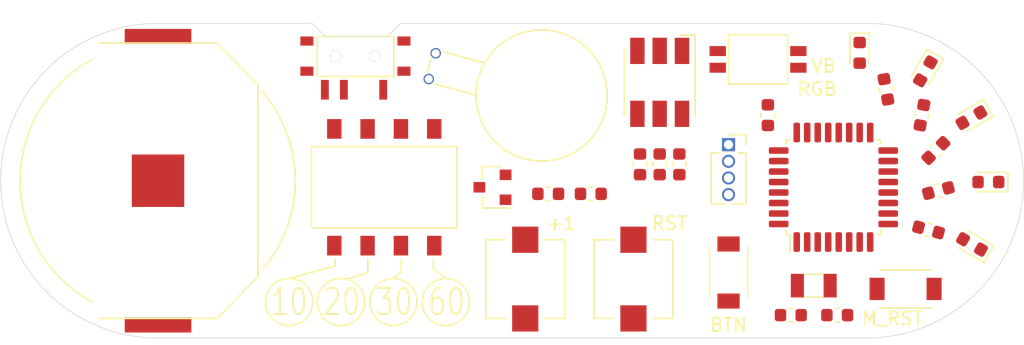
<source format=kicad_pcb>
(kicad_pcb (version 20200119) (host pcbnew "(5.99.0-1450-gc67d5d7f2)")

  (general
    (thickness 1.6)
    (drawings 43)
    (tracks 0)
    (modules 32)
    (nets 42)
  )

  (page "A4")
  (layers
    (0 "F.Cu" signal)
    (31 "B.Cu" signal)
    (32 "B.Adhes" user)
    (33 "F.Adhes" user)
    (34 "B.Paste" user)
    (35 "F.Paste" user)
    (36 "B.SilkS" user)
    (37 "F.SilkS" user)
    (38 "B.Mask" user)
    (39 "F.Mask" user)
    (40 "Dwgs.User" user)
    (41 "Cmts.User" user)
    (42 "Eco1.User" user)
    (43 "Eco2.User" user)
    (44 "Edge.Cuts" user)
    (45 "Margin" user)
    (46 "B.CrtYd" user)
    (47 "F.CrtYd" user)
    (48 "B.Fab" user)
    (49 "F.Fab" user)
  )

  (setup
    (last_trace_width 0.25)
    (trace_clearance 0.2)
    (zone_clearance 0.508)
    (zone_45_only no)
    (trace_min 0.2)
    (via_size 0.8)
    (via_drill 0.4)
    (via_min_size 0.4)
    (via_min_drill 0.3)
    (uvia_size 0.3)
    (uvia_drill 0.1)
    (uvias_allowed no)
    (uvia_min_size 0.2)
    (uvia_min_drill 0.1)
    (max_error 0.005)
    (defaults
      (edge_clearance 0.01)
      (edge_cuts_line_width 0.05)
      (courtyard_line_width 0.05)
      (copper_line_width 0.2)
      (copper_text_dims (size 1.5 1.5) (thickness 0.3))
      (silk_line_width 0.12)
      (silk_text_dims (size 1 1) (thickness 0.15))
      (other_layers_line_width 0.1)
      (other_layers_text_dims (size 1 1) (thickness 0.15))
      (dimension_units 0)
      (dimension_precision 1)
    )
    (pad_size 1.524 1.524)
    (pad_drill 0.762)
    (pad_to_mask_clearance 0.05)
    (aux_axis_origin 0 0)
    (visible_elements FFFFFF7F)
    (pcbplotparams
      (layerselection 0x010fc_ffffffff)
      (usegerberextensions false)
      (usegerberattributes true)
      (usegerberadvancedattributes true)
      (creategerberjobfile true)
      (svguseinch false)
      (svgprecision 6)
      (excludeedgelayer true)
      (linewidth 0.100000)
      (plotframeref false)
      (viasonmask false)
      (mode 1)
      (useauxorigin false)
      (hpglpennumber 1)
      (hpglpenspeed 20)
      (hpglpendiameter 15.000000)
      (psnegative false)
      (psa4output false)
      (plotreference true)
      (plotvalue true)
      (plotinvisibletext false)
      (padsonsilk false)
      (subtractmaskfromsilk false)
      (outputformat 1)
      (mirror false)
      (drillshape 1)
      (scaleselection 1)
      (outputdirectory "")
    )
  )

  (net 0 "")
  (net 1 "GND")
  (net 2 "Net-(BT1-Pad1)")
  (net 3 "Net-(C1-Pad2)")
  (net 4 "Net-(C2-Pad2)")
  (net 5 "Net-(D1-Pad6)")
  (net 6 "Net-(D1-Pad5)")
  (net 7 "Net-(D1-Pad4)")
  (net 8 "Net-(D1-Pad3)")
  (net 9 "Net-(D1-Pad2)")
  (net 10 "Net-(D1-Pad1)")
  (net 11 "Net-(D2-Pad2)")
  (net 12 "Net-(D3-Pad2)")
  (net 13 "Net-(D4-Pad2)")
  (net 14 "Net-(D5-Pad2)")
  (net 15 "Net-(D6-Pad2)")
  (net 16 "Net-(M1-Pad2)")
  (net 17 "+3V0")
  (net 18 "Net-(Q1-Pad1)")
  (net 19 "/CNT_START")
  (net 20 "/CNT_RST")
  (net 21 "Net-(R5-Pad1)")
  (net 22 "/MOTOR_CTRL")
  (net 23 "Net-(SW1-Pad3)")
  (net 24 "Net-(SW5-Pad2)")
  (net 25 "Net-(SW6-Pad1)")
  (net 26 "Net-(U1-Pad31)")
  (net 27 "Net-(U1-Pad26)")
  (net 28 "Net-(U1-Pad15)")
  (net 29 "Net-(U1-Pad14)")
  (net 30 "/SWCLK")
  (net 31 "/SWDIO")
  (net 32 "Net-(R3-Pad1)")
  (net 33 "Net-(R4-Pad1)")
  (net 34 "Net-(R6-Pad1)")
  (net 35 "Net-(R7-Pad1)")
  (net 36 "Net-(SW3-Pad5)")
  (net 37 "Net-(SW3-Pad6)")
  (net 38 "Net-(SW3-Pad7)")
  (net 39 "Net-(SW3-Pad8)")
  (net 40 "/RGB_LED_EN")
  (net 41 "/VIBRATION_EN")

  (net_class "Default" "This is the default net class."
    (clearance 0.2)
    (trace_width 0.25)
    (via_dia 0.8)
    (via_drill 0.4)
    (uvia_dia 0.3)
    (uvia_drill 0.1)
    (add_net "+3V0")
    (add_net "/CNT_RST")
    (add_net "/CNT_START")
    (add_net "/MOTOR_CTRL")
    (add_net "/RGB_LED_EN")
    (add_net "/SWCLK")
    (add_net "/SWDIO")
    (add_net "/VIBRATION_EN")
    (add_net "GND")
    (add_net "Net-(BT1-Pad1)")
    (add_net "Net-(C1-Pad2)")
    (add_net "Net-(C2-Pad2)")
    (add_net "Net-(D1-Pad1)")
    (add_net "Net-(D1-Pad2)")
    (add_net "Net-(D1-Pad3)")
    (add_net "Net-(D1-Pad4)")
    (add_net "Net-(D1-Pad5)")
    (add_net "Net-(D1-Pad6)")
    (add_net "Net-(D2-Pad2)")
    (add_net "Net-(D3-Pad2)")
    (add_net "Net-(D4-Pad2)")
    (add_net "Net-(D5-Pad2)")
    (add_net "Net-(D6-Pad2)")
    (add_net "Net-(M1-Pad2)")
    (add_net "Net-(Q1-Pad1)")
    (add_net "Net-(R3-Pad1)")
    (add_net "Net-(R4-Pad1)")
    (add_net "Net-(R5-Pad1)")
    (add_net "Net-(R6-Pad1)")
    (add_net "Net-(R7-Pad1)")
    (add_net "Net-(SW1-Pad3)")
    (add_net "Net-(SW3-Pad5)")
    (add_net "Net-(SW3-Pad6)")
    (add_net "Net-(SW3-Pad7)")
    (add_net "Net-(SW3-Pad8)")
    (add_net "Net-(SW5-Pad2)")
    (add_net "Net-(SW6-Pad1)")
    (add_net "Net-(U1-Pad14)")
    (add_net "Net-(U1-Pad15)")
    (add_net "Net-(U1-Pad26)")
    (add_net "Net-(U1-Pad31)")
  )

  (module "LTD_Customized:Diptronics_SW_DIP_DHN-02-V-T-R" (layer "F.Cu") (tedit 5EA71FC8) (tstamp c53ab4bf-bd2f-4db2-b775-b393e1e8586b)
    (at 125.75 50.75 -90)
    (path "/00000000-0000-0000-0000-00005eb0fddb")
    (fp_text reference "SW7" (at 0 0.5 -90 unlocked) (layer "F.SilkS") hide
      (effects (font (size 1 1) (thickness 0.15)))
    )
    (fp_text value "SW_DIP_x02" (at 0 -0.5 -90 unlocked) (layer "F.Fab")
      (effects (font (size 1 1) (thickness 0.15)))
    )
    (fp_line (start -1.885 2.25) (end 1.885 2.25) (layer "F.SilkS") (width 0.12))
    (fp_line (start 1.885 -2.25) (end -1.885 -2.25) (layer "F.SilkS") (width 0.12))
    (fp_line (start 1.885 -2.25) (end 1.885 2.25) (layer "F.SilkS") (width 0.12))
    (fp_line (start -1.885 -2.25) (end -1.885 2.25) (layer "F.SilkS") (width 0.12))
    (pad "4" smd rect (at 0.635 -3.075 270) (size 0.76 1.25) (layers "F.Cu" "F.Paste" "F.Mask")
      (net 40 "/RGB_LED_EN") (tstamp c668c38a-b409-4a13-8128-962c36e96cf4))
    (pad "3" smd rect (at -0.635 -3.075 270) (size 0.76 1.25) (layers "F.Cu" "F.Paste" "F.Mask")
      (net 41 "/VIBRATION_EN") (tstamp c668c38a-b409-4a13-8128-962c36e96cf4))
    (pad "2" smd rect (at 0.635 3.075 270) (size 0.76 1.25) (layers "F.Cu" "F.Paste" "F.Mask")
      (net 17 "+3V0") (tstamp c668c38a-b409-4a13-8128-962c36e96cf4))
    (pad "1" smd rect (at -0.635 3.075 270) (size 0.76 1.25) (layers "F.Cu" "F.Paste" "F.Mask")
      (net 17 "+3V0") (tstamp c668c38a-b409-4a13-8128-962c36e96cf4))
  )

  (module "Resistor_SMD:R_0603_1608Metric" (layer "F.Cu") (tedit 5B301BBD) (tstamp 1fd09f0d-7497-4261-8744-a5dbabd3f504)
    (at 138.25 55 80)
    (descr "Resistor SMD 0603 (1608 Metric), square (rectangular) end terminal, IPC_7351 nominal, (Body size source: http://www.tortai-tech.com/upload/download/2011102023233369053.pdf), generated with kicad-footprint-generator")
    (tags "resistor")
    (path "/00000000-0000-0000-0000-00005eaeecb0")
    (attr smd)
    (fp_text reference "R7" (at 0 -1.43 80) (layer "F.SilkS") hide
      (effects (font (size 1 1) (thickness 0.15)))
    )
    (fp_text value "2.2k" (at 0 1.43 80) (layer "F.Fab")
      (effects (font (size 1 1) (thickness 0.15)))
    )
    (fp_line (start -0.8 0.4) (end -0.8 -0.4) (layer "F.Fab") (width 0.1))
    (fp_line (start -0.8 -0.4) (end 0.8 -0.4) (layer "F.Fab") (width 0.1))
    (fp_line (start 0.8 -0.4) (end 0.8 0.4) (layer "F.Fab") (width 0.1))
    (fp_line (start 0.8 0.4) (end -0.8 0.4) (layer "F.Fab") (width 0.1))
    (fp_line (start -0.162779 -0.51) (end 0.162779 -0.51) (layer "F.SilkS") (width 0.12))
    (fp_line (start -0.162779 0.51) (end 0.162779 0.51) (layer "F.SilkS") (width 0.12))
    (fp_line (start -1.48 0.73) (end -1.48 -0.73) (layer "F.CrtYd") (width 0.05))
    (fp_line (start -1.48 -0.73) (end 1.48 -0.73) (layer "F.CrtYd") (width 0.05))
    (fp_line (start 1.48 -0.73) (end 1.48 0.73) (layer "F.CrtYd") (width 0.05))
    (fp_line (start 1.48 0.73) (end -1.48 0.73) (layer "F.CrtYd") (width 0.05))
    (fp_text user "${REFERENCE}" (at 0 0 80) (layer "F.Fab")
      (effects (font (size 0.4 0.4) (thickness 0.06)))
    )
    (pad "2" smd roundrect (at 0.7875 0 80) (size 0.875 0.95) (layers "F.Cu" "F.Paste" "F.Mask") (roundrect_rratio 0.25)
      (net 13 "Net-(D4-Pad2)") (tstamp 271e7e21-55d5-4348-9a57-06ff291a67d5))
    (pad "1" smd roundrect (at -0.7875 0 80) (size 0.875 0.95) (layers "F.Cu" "F.Paste" "F.Mask") (roundrect_rratio 0.25)
      (net 35 "Net-(R7-Pad1)") (tstamp 7dfcafd7-900e-41ff-921d-43f5af70a4f6))
    (model "${KISYS3DMOD}/Resistor_SMD.3dshapes/R_0603_1608Metric.wrl"
      (at (xyz 0 0 0))
      (scale (xyz 1 1 1))
      (rotate (xyz 0 0 0))
    )
  )

  (module "Resistor_SMD:R_0603_1608Metric" (layer "F.Cu") (tedit 5B301BBD) (tstamp aec95be6-c9e8-4fa9-95ea-aef0c883232c)
    (at 139.306847 57.693153 45)
    (descr "Resistor SMD 0603 (1608 Metric), square (rectangular) end terminal, IPC_7351 nominal, (Body size source: http://www.tortai-tech.com/upload/download/2011102023233369053.pdf), generated with kicad-footprint-generator")
    (tags "resistor")
    (path "/00000000-0000-0000-0000-00005eaef2d5")
    (attr smd)
    (fp_text reference "R6" (at 0 -1.43 45) (layer "F.SilkS") hide
      (effects (font (size 1 1) (thickness 0.15)))
    )
    (fp_text value "2.2k" (at 0 1.43 45) (layer "F.Fab")
      (effects (font (size 1 1) (thickness 0.15)))
    )
    (fp_line (start -0.8 0.4) (end -0.8 -0.4) (layer "F.Fab") (width 0.1))
    (fp_line (start -0.8 -0.4) (end 0.8 -0.4) (layer "F.Fab") (width 0.1))
    (fp_line (start 0.8 -0.4) (end 0.8 0.4) (layer "F.Fab") (width 0.1))
    (fp_line (start 0.8 0.4) (end -0.8 0.4) (layer "F.Fab") (width 0.1))
    (fp_line (start -0.162779 -0.51) (end 0.162779 -0.51) (layer "F.SilkS") (width 0.12))
    (fp_line (start -0.162779 0.51) (end 0.162779 0.51) (layer "F.SilkS") (width 0.12))
    (fp_line (start -1.48 0.73) (end -1.48 -0.73) (layer "F.CrtYd") (width 0.05))
    (fp_line (start -1.48 -0.73) (end 1.48 -0.73) (layer "F.CrtYd") (width 0.05))
    (fp_line (start 1.48 -0.73) (end 1.48 0.73) (layer "F.CrtYd") (width 0.05))
    (fp_line (start 1.48 0.73) (end -1.48 0.73) (layer "F.CrtYd") (width 0.05))
    (fp_text user "${REFERENCE}" (at 0 0 45) (layer "F.Fab")
      (effects (font (size 0.4 0.4) (thickness 0.06)))
    )
    (pad "2" smd roundrect (at 0.7875 0 45) (size 0.875 0.95) (layers "F.Cu" "F.Paste" "F.Mask") (roundrect_rratio 0.25)
      (net 12 "Net-(D3-Pad2)") (tstamp 271e7e21-55d5-4348-9a57-06ff291a67d5))
    (pad "1" smd roundrect (at -0.7875 0 45) (size 0.875 0.95) (layers "F.Cu" "F.Paste" "F.Mask") (roundrect_rratio 0.25)
      (net 34 "Net-(R6-Pad1)") (tstamp 7dfcafd7-900e-41ff-921d-43f5af70a4f6))
    (model "${KISYS3DMOD}/Resistor_SMD.3dshapes/R_0603_1608Metric.wrl"
      (at (xyz 0 0 0))
      (scale (xyz 1 1 1))
      (rotate (xyz 0 0 0))
    )
  )

  (module "Resistor_SMD:R_0603_1608Metric" (layer "F.Cu") (tedit 5B301BBD) (tstamp 6cedad4b-375e-4356-b0f6-025f2add1d68)
    (at 139.5 60.75 15)
    (descr "Resistor SMD 0603 (1608 Metric), square (rectangular) end terminal, IPC_7351 nominal, (Body size source: http://www.tortai-tech.com/upload/download/2011102023233369053.pdf), generated with kicad-footprint-generator")
    (tags "resistor")
    (path "/00000000-0000-0000-0000-00005eaef756")
    (attr smd)
    (fp_text reference "R4" (at 0 -1.43 15) (layer "F.SilkS") hide
      (effects (font (size 1 1) (thickness 0.15)))
    )
    (fp_text value "2.2k" (at 0.165 1.685 15) (layer "F.Fab")
      (effects (font (size 1 1) (thickness 0.15)))
    )
    (fp_line (start -0.8 0.4) (end -0.8 -0.4) (layer "F.Fab") (width 0.1))
    (fp_line (start -0.8 -0.4) (end 0.8 -0.4) (layer "F.Fab") (width 0.1))
    (fp_line (start 0.8 -0.4) (end 0.8 0.4) (layer "F.Fab") (width 0.1))
    (fp_line (start 0.8 0.4) (end -0.8 0.4) (layer "F.Fab") (width 0.1))
    (fp_line (start -0.162779 -0.51) (end 0.162779 -0.51) (layer "F.SilkS") (width 0.12))
    (fp_line (start -0.162779 0.51) (end 0.162779 0.51) (layer "F.SilkS") (width 0.12))
    (fp_line (start -1.48 0.73) (end -1.48 -0.73) (layer "F.CrtYd") (width 0.05))
    (fp_line (start -1.48 -0.73) (end 1.48 -0.73) (layer "F.CrtYd") (width 0.05))
    (fp_line (start 1.48 -0.73) (end 1.48 0.73) (layer "F.CrtYd") (width 0.05))
    (fp_line (start 1.48 0.73) (end -1.48 0.73) (layer "F.CrtYd") (width 0.05))
    (fp_text user "${REFERENCE}" (at 0 0 15) (layer "F.Fab")
      (effects (font (size 0.4 0.4) (thickness 0.06)))
    )
    (pad "2" smd roundrect (at 0.7875 0 15) (size 0.875 0.95) (layers "F.Cu" "F.Paste" "F.Mask") (roundrect_rratio 0.25)
      (net 11 "Net-(D2-Pad2)") (tstamp 271e7e21-55d5-4348-9a57-06ff291a67d5))
    (pad "1" smd roundrect (at -0.7875 0 15) (size 0.875 0.95) (layers "F.Cu" "F.Paste" "F.Mask") (roundrect_rratio 0.25)
      (net 33 "Net-(R4-Pad1)") (tstamp 7dfcafd7-900e-41ff-921d-43f5af70a4f6))
    (model "${KISYS3DMOD}/Resistor_SMD.3dshapes/R_0603_1608Metric.wrl"
      (at (xyz 0 0 0))
      (scale (xyz 1 1 1))
      (rotate (xyz 0 0 0))
    )
  )

  (module "Resistor_SMD:R_0603_1608Metric" (layer "F.Cu") (tedit 5B301BBD) (tstamp bb9b87d6-0897-4d07-9bda-4f018214d319)
    (at 138.75 63.75 -15)
    (descr "Resistor SMD 0603 (1608 Metric), square (rectangular) end terminal, IPC_7351 nominal, (Body size source: http://www.tortai-tech.com/upload/download/2011102023233369053.pdf), generated with kicad-footprint-generator")
    (tags "resistor")
    (path "/00000000-0000-0000-0000-00005eaefed9")
    (attr smd)
    (fp_text reference "R3" (at 0 -1.43 165) (layer "F.SilkS") hide
      (effects (font (size 1 1) (thickness 0.15)))
    )
    (fp_text value "2.2k" (at 0 1.43 165) (layer "F.Fab")
      (effects (font (size 1 1) (thickness 0.15)))
    )
    (fp_line (start -0.8 0.4) (end -0.8 -0.4) (layer "F.Fab") (width 0.1))
    (fp_line (start -0.8 -0.4) (end 0.8 -0.4) (layer "F.Fab") (width 0.1))
    (fp_line (start 0.8 -0.4) (end 0.8 0.4) (layer "F.Fab") (width 0.1))
    (fp_line (start 0.8 0.4) (end -0.8 0.4) (layer "F.Fab") (width 0.1))
    (fp_line (start -0.162779 -0.51) (end 0.162779 -0.51) (layer "F.SilkS") (width 0.12))
    (fp_line (start -0.162779 0.51) (end 0.162779 0.51) (layer "F.SilkS") (width 0.12))
    (fp_line (start -1.48 0.73) (end -1.48 -0.73) (layer "F.CrtYd") (width 0.05))
    (fp_line (start -1.48 -0.73) (end 1.48 -0.73) (layer "F.CrtYd") (width 0.05))
    (fp_line (start 1.48 -0.73) (end 1.48 0.73) (layer "F.CrtYd") (width 0.05))
    (fp_line (start 1.48 0.73) (end -1.48 0.73) (layer "F.CrtYd") (width 0.05))
    (fp_text user "${REFERENCE}" (at 0 0 165) (layer "F.Fab")
      (effects (font (size 0.4 0.4) (thickness 0.06)))
    )
    (pad "2" smd roundrect (at 0.7875 0 345) (size 0.875 0.95) (layers "F.Cu" "F.Paste" "F.Mask") (roundrect_rratio 0.25)
      (net 15 "Net-(D6-Pad2)") (tstamp 271e7e21-55d5-4348-9a57-06ff291a67d5))
    (pad "1" smd roundrect (at -0.7875 0 345) (size 0.875 0.95) (layers "F.Cu" "F.Paste" "F.Mask") (roundrect_rratio 0.25)
      (net 32 "Net-(R3-Pad1)") (tstamp 7dfcafd7-900e-41ff-921d-43f5af70a4f6))
    (model "${KISYS3DMOD}/Resistor_SMD.3dshapes/R_0603_1608Metric.wrl"
      (at (xyz 0 0 0))
      (scale (xyz 1 1 1))
      (rotate (xyz 0 0 0))
    )
  )

  (module "Capacitor_SMD:C_0603_1608Metric" (layer "F.Cu") (tedit 5B301BBE) (tstamp 2addd1bc-9ed9-4f00-8597-37e2c87c15a2)
    (at 126.5 55 -90)
    (descr "Capacitor SMD 0603 (1608 Metric), square (rectangular) end terminal, IPC_7351 nominal, (Body size source: http://www.tortai-tech.com/upload/download/2011102023233369053.pdf), generated with kicad-footprint-generator")
    (tags "capacitor")
    (path "/00000000-0000-0000-0000-00005eae4ee9")
    (attr smd)
    (fp_text reference "C3" (at 0 -1.43 90) (layer "F.SilkS") hide
      (effects (font (size 1 1) (thickness 0.15)))
    )
    (fp_text value "10nF" (at 0 1.43 90) (layer "F.Fab")
      (effects (font (size 1 1) (thickness 0.15)))
    )
    (fp_line (start -0.8 0.4) (end -0.8 -0.4) (layer "F.Fab") (width 0.1))
    (fp_line (start -0.8 -0.4) (end 0.8 -0.4) (layer "F.Fab") (width 0.1))
    (fp_line (start 0.8 -0.4) (end 0.8 0.4) (layer "F.Fab") (width 0.1))
    (fp_line (start 0.8 0.4) (end -0.8 0.4) (layer "F.Fab") (width 0.1))
    (fp_line (start -0.162779 -0.51) (end 0.162779 -0.51) (layer "F.SilkS") (width 0.12))
    (fp_line (start -0.162779 0.51) (end 0.162779 0.51) (layer "F.SilkS") (width 0.12))
    (fp_line (start -1.48 0.73) (end -1.48 -0.73) (layer "F.CrtYd") (width 0.05))
    (fp_line (start -1.48 -0.73) (end 1.48 -0.73) (layer "F.CrtYd") (width 0.05))
    (fp_line (start 1.48 -0.73) (end 1.48 0.73) (layer "F.CrtYd") (width 0.05))
    (fp_line (start 1.48 0.73) (end -1.48 0.73) (layer "F.CrtYd") (width 0.05))
    (fp_text user "${REFERENCE}" (at 0 0 90) (layer "F.Fab")
      (effects (font (size 0.4 0.4) (thickness 0.06)))
    )
    (pad "2" smd roundrect (at 0.7875 0 270) (size 0.875 0.95) (layers "F.Cu" "F.Paste" "F.Mask") (roundrect_rratio 0.25)
      (net 1 "GND") (tstamp 16ade1cf-5071-41a2-9d40-418a518b8dab))
    (pad "1" smd roundrect (at -0.7875 0 270) (size 0.875 0.95) (layers "F.Cu" "F.Paste" "F.Mask") (roundrect_rratio 0.25)
      (net 17 "+3V0") (tstamp 20d00be3-9c1b-46e0-a4e9-746c17048a7c))
    (model "${KISYS3DMOD}/Capacitor_SMD.3dshapes/C_0603_1608Metric.wrl"
      (at (xyz 0 0 0))
      (scale (xyz 1 1 1))
      (rotate (xyz 0 0 0))
    )
  )

  (module "Connector_PinSocket_1.27mm:PinSocket_1x04_P1.27mm_Vertical" (layer "F.Cu") (tedit 5A19A420) (tstamp 8f53956c-9b22-4f0a-85df-f5db620320bb)
    (at 123.5 57.25)
    (descr "Through hole straight socket strip, 1x04, 1.27mm pitch, single row (from Kicad 4.0.7), script generated")
    (tags "Through hole socket strip THT 1x04 1.27mm single row")
    (path "/00000000-0000-0000-0000-00005ead21dd")
    (fp_text reference "J1" (at 0 -2.135) (layer "F.SilkS") hide
      (effects (font (size 1 1) (thickness 0.15)))
    )
    (fp_text value "Conn_01x04" (at 0 5.945) (layer "F.Fab")
      (effects (font (size 1 1) (thickness 0.15)))
    )
    (fp_line (start -1.27 -0.635) (end 0.635 -0.635) (layer "F.Fab") (width 0.1))
    (fp_line (start 0.635 -0.635) (end 1.27 0) (layer "F.Fab") (width 0.1))
    (fp_line (start 1.27 0) (end 1.27 4.445) (layer "F.Fab") (width 0.1))
    (fp_line (start 1.27 4.445) (end -1.27 4.445) (layer "F.Fab") (width 0.1))
    (fp_line (start -1.27 4.445) (end -1.27 -0.635) (layer "F.Fab") (width 0.1))
    (fp_line (start -1.33 0.635) (end -0.76 0.635) (layer "F.SilkS") (width 0.12))
    (fp_line (start 0.76 0.635) (end 1.33 0.635) (layer "F.SilkS") (width 0.12))
    (fp_line (start -1.33 0.635) (end -1.33 4.505) (layer "F.SilkS") (width 0.12))
    (fp_line (start -1.33 4.505) (end -0.30753 4.505) (layer "F.SilkS") (width 0.12))
    (fp_line (start 0.30753 4.505) (end 1.33 4.505) (layer "F.SilkS") (width 0.12))
    (fp_line (start 1.33 0.635) (end 1.33 4.505) (layer "F.SilkS") (width 0.12))
    (fp_line (start 1.33 -0.76) (end 1.33 0) (layer "F.SilkS") (width 0.12))
    (fp_line (start 0 -0.76) (end 1.33 -0.76) (layer "F.SilkS") (width 0.12))
    (fp_line (start -1.8 -1.15) (end 1.75 -1.15) (layer "F.CrtYd") (width 0.05))
    (fp_line (start 1.75 -1.15) (end 1.75 4.95) (layer "F.CrtYd") (width 0.05))
    (fp_line (start 1.75 4.95) (end -1.8 4.95) (layer "F.CrtYd") (width 0.05))
    (fp_line (start -1.8 4.95) (end -1.8 -1.15) (layer "F.CrtYd") (width 0.05))
    (fp_text user "${REFERENCE}" (at 0 1.905 90) (layer "F.Fab")
      (effects (font (size 1 1) (thickness 0.15)))
    )
    (pad "4" thru_hole oval (at 0 3.81) (size 1 1) (drill 0.7) (layers *.Cu *.Mask)
      (net 1 "GND") (pinfunction "Pin_4") (tstamp 2a7aaaa8-0a3c-4768-9a2d-3b16d3e0129e))
    (pad "3" thru_hole oval (at 0 2.54) (size 1 1) (drill 0.7) (layers *.Cu *.Mask)
      (net 30 "/SWCLK") (pinfunction "Pin_3") (tstamp a79e5b79-6959-4edd-a5e8-a784b52a49da))
    (pad "2" thru_hole oval (at 0 1.27) (size 1 1) (drill 0.7) (layers *.Cu *.Mask)
      (net 31 "/SWDIO") (pinfunction "Pin_2") (tstamp da9836d4-9a9c-45f2-aeed-fd4983497512))
    (pad "1" thru_hole rect (at 0 0) (size 1 1) (drill 0.7) (layers *.Cu *.Mask)
      (net 17 "+3V0") (pinfunction "Pin_1") (tstamp 8ef5843a-2dd7-400c-90f6-f00302ef501c))
    (model "${KISYS3DMOD}/Connector_PinSocket_1.27mm.3dshapes/PinSocket_1x04_P1.27mm_Vertical.wrl"
      (at (xyz 0 0 0))
      (scale (xyz 1 1 1))
      (rotate (xyz 0 0 0))
    )
  )

  (module "Crystal:Crystal_SMD_3215-2Pin_3.2x1.5mm" (layer "F.Cu") (tedit 5A0FD1B2) (tstamp 54cd1a98-2e5d-4379-bda6-8cba9e7b9048)
    (at 130 68)
    (descr "SMD Crystal FC-135 https://support.epson.biz/td/api/doc_check.php?dl=brief_FC-135R_en.pdf")
    (tags "SMD SMT Crystal")
    (path "/00000000-0000-0000-0000-00005e9c8376")
    (attr smd)
    (fp_text reference "Y1" (at 0 -2) (layer "F.SilkS") hide
      (effects (font (size 1 1) (thickness 0.15)))
    )
    (fp_text value "32.768Hz_OSC" (at 0 2) (layer "F.Fab")
      (effects (font (size 1 1) (thickness 0.15)))
    )
    (fp_line (start 2 -1.15) (end 2 1.15) (layer "F.CrtYd") (width 0.05))
    (fp_line (start -2 -1.15) (end -2 1.15) (layer "F.CrtYd") (width 0.05))
    (fp_line (start -2 1.15) (end 2 1.15) (layer "F.CrtYd") (width 0.05))
    (fp_line (start -1.6 0.75) (end 1.6 0.75) (layer "F.Fab") (width 0.1))
    (fp_line (start -1.6 -0.75) (end 1.6 -0.75) (layer "F.Fab") (width 0.1))
    (fp_line (start 1.6 -0.75) (end 1.6 0.75) (layer "F.Fab") (width 0.1))
    (fp_line (start -0.675 -0.875) (end 0.675 -0.875) (layer "F.SilkS") (width 0.12))
    (fp_line (start -0.675 0.875) (end 0.675 0.875) (layer "F.SilkS") (width 0.12))
    (fp_line (start -1.6 -0.75) (end -1.6 0.75) (layer "F.Fab") (width 0.1))
    (fp_line (start -2 -1.15) (end 2 -1.15) (layer "F.CrtYd") (width 0.05))
    (fp_text user "${REFERENCE}" (at 0 -2) (layer "F.Fab")
      (effects (font (size 1 1) (thickness 0.15)))
    )
    (pad "2" smd rect (at -1.25 0) (size 1 1.8) (layers "F.Cu" "F.Paste" "F.Mask")
      (net 3 "Net-(C1-Pad2)") (pinfunction "2") (tstamp 1f59e07a-4da9-457d-a1f5-2772c2461db6))
    (pad "1" smd rect (at 1.25 0) (size 1 1.8) (layers "F.Cu" "F.Paste" "F.Mask")
      (net 4 "Net-(C2-Pad2)") (pinfunction "1") (tstamp 4f1e1118-83cb-4cfd-9854-a20eb12b848a))
    (model "${KISYS3DMOD}/Crystal.3dshapes/Crystal_SMD_3215-2Pin_3.2x1.5mm.wrl"
      (at (xyz 0 0 0))
      (scale (xyz 1 1 1))
      (rotate (xyz 0 0 0))
    )
  )

  (module "Package_QFP:LQFP-32_7x7mm_P0.8mm" (layer "F.Cu") (tedit 5D9F72AF) (tstamp b2186ee1-1902-476b-b424-b171f82154af)
    (at 131.5 60.5 90)
    (descr "LQFP, 32 Pin (https://www.nxp.com/docs/en/package-information/SOT358-1.pdf), generated with kicad-footprint-generator ipc_gullwing_generator.py")
    (tags "LQFP QFP")
    (path "/00000000-0000-0000-0000-00005e9a9f3e")
    (attr smd)
    (fp_text reference "U1" (at 0 -5.88 90) (layer "F.SilkS") hide
      (effects (font (size 1 1) (thickness 0.15)))
    )
    (fp_text value "STM32L011K4Tx" (at 0 5.88 90) (layer "F.Fab")
      (effects (font (size 1 1) (thickness 0.15)))
    )
    (fp_text user "${REFERENCE}" (at 0 0 270) (layer "F.Fab")
      (effects (font (size 1 1) (thickness 0.15)))
    )
    (fp_line (start 5.18 3.3) (end 5.18 0) (layer "F.CrtYd") (width 0.05))
    (fp_line (start 3.75 3.3) (end 5.18 3.3) (layer "F.CrtYd") (width 0.05))
    (fp_line (start 3.75 3.75) (end 3.75 3.3) (layer "F.CrtYd") (width 0.05))
    (fp_line (start 3.3 3.75) (end 3.75 3.75) (layer "F.CrtYd") (width 0.05))
    (fp_line (start 3.3 5.18) (end 3.3 3.75) (layer "F.CrtYd") (width 0.05))
    (fp_line (start 0 5.18) (end 3.3 5.18) (layer "F.CrtYd") (width 0.05))
    (fp_line (start -5.18 3.3) (end -5.18 0) (layer "F.CrtYd") (width 0.05))
    (fp_line (start -3.75 3.3) (end -5.18 3.3) (layer "F.CrtYd") (width 0.05))
    (fp_line (start -3.75 3.75) (end -3.75 3.3) (layer "F.CrtYd") (width 0.05))
    (fp_line (start -3.3 3.75) (end -3.75 3.75) (layer "F.CrtYd") (width 0.05))
    (fp_line (start -3.3 5.18) (end -3.3 3.75) (layer "F.CrtYd") (width 0.05))
    (fp_line (start 0 5.18) (end -3.3 5.18) (layer "F.CrtYd") (width 0.05))
    (fp_line (start 5.18 -3.3) (end 5.18 0) (layer "F.CrtYd") (width 0.05))
    (fp_line (start 3.75 -3.3) (end 5.18 -3.3) (layer "F.CrtYd") (width 0.05))
    (fp_line (start 3.75 -3.75) (end 3.75 -3.3) (layer "F.CrtYd") (width 0.05))
    (fp_line (start 3.3 -3.75) (end 3.75 -3.75) (layer "F.CrtYd") (width 0.05))
    (fp_line (start 3.3 -5.18) (end 3.3 -3.75) (layer "F.CrtYd") (width 0.05))
    (fp_line (start 0 -5.18) (end 3.3 -5.18) (layer "F.CrtYd") (width 0.05))
    (fp_line (start -5.18 -3.3) (end -5.18 0) (layer "F.CrtYd") (width 0.05))
    (fp_line (start -3.75 -3.3) (end -5.18 -3.3) (layer "F.CrtYd") (width 0.05))
    (fp_line (start -3.75 -3.75) (end -3.75 -3.3) (layer "F.CrtYd") (width 0.05))
    (fp_line (start -3.3 -3.75) (end -3.75 -3.75) (layer "F.CrtYd") (width 0.05))
    (fp_line (start -3.3 -5.18) (end -3.3 -3.75) (layer "F.CrtYd") (width 0.05))
    (fp_line (start 0 -5.18) (end -3.3 -5.18) (layer "F.CrtYd") (width 0.05))
    (fp_line (start -3.5 -2.5) (end -2.5 -3.5) (layer "F.Fab") (width 0.1))
    (fp_line (start -3.5 3.5) (end -3.5 -2.5) (layer "F.Fab") (width 0.1))
    (fp_line (start 3.5 3.5) (end -3.5 3.5) (layer "F.Fab") (width 0.1))
    (fp_line (start 3.5 -3.5) (end 3.5 3.5) (layer "F.Fab") (width 0.1))
    (fp_line (start -2.5 -3.5) (end 3.5 -3.5) (layer "F.Fab") (width 0.1))
    (fp_line (start -3.61 -3.31) (end -4.925 -3.31) (layer "F.SilkS") (width 0.12))
    (fp_line (start -3.61 -3.61) (end -3.61 -3.31) (layer "F.SilkS") (width 0.12))
    (fp_line (start -3.31 -3.61) (end -3.61 -3.61) (layer "F.SilkS") (width 0.12))
    (fp_line (start 3.61 -3.61) (end 3.61 -3.31) (layer "F.SilkS") (width 0.12))
    (fp_line (start 3.31 -3.61) (end 3.61 -3.61) (layer "F.SilkS") (width 0.12))
    (fp_line (start -3.61 3.61) (end -3.61 3.31) (layer "F.SilkS") (width 0.12))
    (fp_line (start -3.31 3.61) (end -3.61 3.61) (layer "F.SilkS") (width 0.12))
    (fp_line (start 3.61 3.61) (end 3.61 3.31) (layer "F.SilkS") (width 0.12))
    (fp_line (start 3.31 3.61) (end 3.61 3.61) (layer "F.SilkS") (width 0.12))
    (pad "32" smd roundrect (at -2.8 -4.175 90) (size 0.5 1.5) (layers "F.Cu" "F.Paste" "F.Mask") (roundrect_rratio 0.25)
      (net 1 "GND") (pinfunction "VSS") (tstamp f557e19b-f900-459e-9fc3-e15c5004731b))
    (pad "31" smd roundrect (at -2 -4.175 90) (size 0.5 1.5) (layers "F.Cu" "F.Paste" "F.Mask") (roundrect_rratio 0.25)
      (net 26 "Net-(U1-Pad31)") (pinfunction "PB9") (tstamp 4f2fbf00-87c8-431a-88f2-b2c7f309b2f1))
    (pad "30" smd roundrect (at -1.2 -4.175 90) (size 0.5 1.5) (layers "F.Cu" "F.Paste" "F.Mask") (roundrect_rratio 0.25)
      (net 36 "Net-(SW3-Pad5)") (pinfunction "PB7") (tstamp 2943d5c6-ef20-4beb-83f4-2cc38eac27ad))
    (pad "29" smd roundrect (at -0.4 -4.175 90) (size 0.5 1.5) (layers "F.Cu" "F.Paste" "F.Mask") (roundrect_rratio 0.25)
      (net 37 "Net-(SW3-Pad6)") (pinfunction "PB6") (tstamp 6752e904-2f88-42a4-b114-e622b117758b))
    (pad "28" smd roundrect (at 0.4 -4.175 90) (size 0.5 1.5) (layers "F.Cu" "F.Paste" "F.Mask") (roundrect_rratio 0.25)
      (net 38 "Net-(SW3-Pad7)") (pinfunction "PB5") (tstamp 5625f3bf-fdeb-439f-9964-1a5a187c25ad))
    (pad "27" smd roundrect (at 1.2 -4.175 90) (size 0.5 1.5) (layers "F.Cu" "F.Paste" "F.Mask") (roundrect_rratio 0.25)
      (net 39 "Net-(SW3-Pad8)") (pinfunction "PB4") (tstamp 67ae6ea4-8e4d-4a80-a1a1-20994e0d7b7c))
    (pad "26" smd roundrect (at 2 -4.175 90) (size 0.5 1.5) (layers "F.Cu" "F.Paste" "F.Mask") (roundrect_rratio 0.25)
      (net 27 "Net-(U1-Pad26)") (pinfunction "PB3") (tstamp b0829f08-f8a5-48d5-b9a9-3985e01e2099))
    (pad "25" smd roundrect (at 2.8 -4.175 90) (size 0.5 1.5) (layers "F.Cu" "F.Paste" "F.Mask") (roundrect_rratio 0.25)
      (net 25 "Net-(SW6-Pad1)") (pinfunction "PA15") (tstamp b912f5f5-b471-4591-8603-5b21a85b1e5f))
    (pad "24" smd roundrect (at 4.175 -2.8 90) (size 1.5 0.5) (layers "F.Cu" "F.Paste" "F.Mask") (roundrect_rratio 0.25)
      (net 30 "/SWCLK") (pinfunction "PA14") (tstamp 721cea0b-80d9-4d2a-86e2-bb85f7feaf72))
    (pad "23" smd roundrect (at 4.175 -2 90) (size 1.5 0.5) (layers "F.Cu" "F.Paste" "F.Mask") (roundrect_rratio 0.25)
      (net 31 "/SWDIO") (pinfunction "PA13") (tstamp 29778229-c23d-478b-8e11-23e3769d393e))
    (pad "22" smd roundrect (at 4.175 -1.2 90) (size 1.5 0.5) (layers "F.Cu" "F.Paste" "F.Mask") (roundrect_rratio 0.25)
      (net 20 "/CNT_RST") (pinfunction "PA12") (tstamp 90360fcc-7411-410c-84c6-48e92dbe16a9))
    (pad "21" smd roundrect (at 4.175 -0.4 90) (size 1.5 0.5) (layers "F.Cu" "F.Paste" "F.Mask") (roundrect_rratio 0.25)
      (net 19 "/CNT_START") (pinfunction "PA11") (tstamp 7b6d4c73-64ab-42e2-9162-4a78e9bc18c4))
    (pad "20" smd roundrect (at 4.175 0.4 90) (size 1.5 0.5) (layers "F.Cu" "F.Paste" "F.Mask") (roundrect_rratio 0.25)
      (net 10 "Net-(D1-Pad1)") (pinfunction "PA10") (tstamp 048729d6-7a69-454a-95f3-5923448877de))
    (pad "19" smd roundrect (at 4.175 1.2 90) (size 1.5 0.5) (layers "F.Cu" "F.Paste" "F.Mask") (roundrect_rratio 0.25)
      (net 9 "Net-(D1-Pad2)") (pinfunction "PA9") (tstamp 60264ead-fbae-4913-9f67-9bb28d56c13a))
    (pad "18" smd roundrect (at 4.175 2 90) (size 1.5 0.5) (layers "F.Cu" "F.Paste" "F.Mask") (roundrect_rratio 0.25)
      (net 8 "Net-(D1-Pad3)") (pinfunction "PA8") (tstamp fba291f0-0428-46ea-beef-3e140234efbc))
    (pad "17" smd roundrect (at 4.175 2.8 90) (size 1.5 0.5) (layers "F.Cu" "F.Paste" "F.Mask") (roundrect_rratio 0.25)
      (net 17 "+3V0") (pinfunction "VDD") (tstamp 746b7d80-7134-413c-8672-650ec7fe6a6f))
    (pad "16" smd roundrect (at 2.8 4.175 90) (size 0.5 1.5) (layers "F.Cu" "F.Paste" "F.Mask") (roundrect_rratio 0.25)
      (net 1 "GND") (pinfunction "VSS") (tstamp 9516a02f-aa72-4263-a2e1-2ec83ae5825a))
    (pad "15" smd roundrect (at 2 4.175 90) (size 0.5 1.5) (layers "F.Cu" "F.Paste" "F.Mask") (roundrect_rratio 0.25)
      (net 28 "Net-(U1-Pad15)") (pinfunction "PB1") (tstamp c243a1eb-5790-43ce-8281-ed97b0ad6481))
    (pad "14" smd roundrect (at 1.2 4.175 90) (size 0.5 1.5) (layers "F.Cu" "F.Paste" "F.Mask") (roundrect_rratio 0.25)
      (net 29 "Net-(U1-Pad14)") (pinfunction "PB0") (tstamp b8b3d333-7bca-4588-a84d-e36237a7467e))
    (pad "13" smd roundrect (at 0.4 4.175 90) (size 0.5 1.5) (layers "F.Cu" "F.Paste" "F.Mask") (roundrect_rratio 0.25)
      (net 21 "Net-(R5-Pad1)") (pinfunction "PA7") (tstamp 73022111-cca5-4381-8fbe-011dc23a76a2))
    (pad "12" smd roundrect (at -0.4 4.175 90) (size 0.5 1.5) (layers "F.Cu" "F.Paste" "F.Mask") (roundrect_rratio 0.25)
      (net 35 "Net-(R7-Pad1)") (pinfunction "PA6") (tstamp 529ce73c-34bc-47b9-975b-3ff65b76c985))
    (pad "11" smd roundrect (at -1.2 4.175 90) (size 0.5 1.5) (layers "F.Cu" "F.Paste" "F.Mask") (roundrect_rratio 0.25)
      (net 34 "Net-(R6-Pad1)") (pinfunction "PA5") (tstamp abee1e52-f451-480f-b309-c115f2d7130b))
    (pad "10" smd roundrect (at -2 4.175 90) (size 0.5 1.5) (layers "F.Cu" "F.Paste" "F.Mask") (roundrect_rratio 0.25)
      (net 33 "Net-(R4-Pad1)") (pinfunction "PA4") (tstamp 5d109998-85c8-4c7d-9c09-1f404da6f481))
    (pad "9" smd roundrect (at -2.8 4.175 90) (size 0.5 1.5) (layers "F.Cu" "F.Paste" "F.Mask") (roundrect_rratio 0.25)
      (net 32 "Net-(R3-Pad1)") (pinfunction "PA3") (tstamp 5a357b4f-7659-4a90-8add-f335a16922dc))
    (pad "8" smd roundrect (at -4.175 2.8 90) (size 1.5 0.5) (layers "F.Cu" "F.Paste" "F.Mask") (roundrect_rratio 0.25)
      (net 41 "/VIBRATION_EN") (pinfunction "PA2") (tstamp 559f5ed9-41c5-4f02-b0aa-68033df7f443))
    (pad "7" smd roundrect (at -4.175 2 90) (size 1.5 0.5) (layers "F.Cu" "F.Paste" "F.Mask") (roundrect_rratio 0.25)
      (net 40 "/RGB_LED_EN") (pinfunction "PA1") (tstamp 36fb9452-6ac4-4666-80d3-69bcb37a0a2c))
    (pad "6" smd roundrect (at -4.175 1.2 90) (size 1.5 0.5) (layers "F.Cu" "F.Paste" "F.Mask") (roundrect_rratio 0.25)
      (net 22 "/MOTOR_CTRL") (pinfunction "PA0") (tstamp 78e84c9a-3c87-41cc-8122-682dabec3ae1))
    (pad "5" smd roundrect (at -4.175 0.4 90) (size 1.5 0.5) (layers "F.Cu" "F.Paste" "F.Mask") (roundrect_rratio 0.25)
      (net 17 "+3V0") (pinfunction "VDDA") (tstamp fb866913-d9f9-47ca-84cb-6f976d6c1202))
    (pad "4" smd roundrect (at -4.175 -0.4 90) (size 1.5 0.5) (layers "F.Cu" "F.Paste" "F.Mask") (roundrect_rratio 0.25)
      (net 24 "Net-(SW5-Pad2)") (pinfunction "NRST") (tstamp 981274bf-e248-4c3a-8561-8b5818f654c9))
    (pad "3" smd roundrect (at -4.175 -1.2 90) (size 1.5 0.5) (layers "F.Cu" "F.Paste" "F.Mask") (roundrect_rratio 0.25)
      (net 4 "Net-(C2-Pad2)") (pinfunction "PC15") (tstamp 69c655a4-c98f-4314-8619-05b8953babb3))
    (pad "2" smd roundrect (at -4.175 -2 90) (size 1.5 0.5) (layers "F.Cu" "F.Paste" "F.Mask") (roundrect_rratio 0.25)
      (net 3 "Net-(C1-Pad2)") (pinfunction "PC14") (tstamp ba6d1574-6076-43fc-9e3b-a30d6812600b))
    (pad "1" smd roundrect (at -4.175 -2.8 90) (size 1.5 0.5) (layers "F.Cu" "F.Paste" "F.Mask") (roundrect_rratio 0.25)
      (net 17 "+3V0") (pinfunction "VDD") (tstamp c28937a2-93fc-45ac-8556-4c3b52cc4b2f))
    (model "${KISYS3DMOD}/Package_QFP.3dshapes/LQFP-32_7x7mm_P0.8mm.wrl"
      (at (xyz 0 0 0))
      (scale (xyz 1 1 1))
      (rotate (xyz 0 0 0))
    )
  )

  (module "LTD_Customized:USAKRO UK-B0273-SP25Y" (layer "F.Cu") (tedit 5EA6DA18) (tstamp b8ce8093-2eb7-40bd-a6c6-d6a550a05732)
    (at 123.5 67 -90)
    (path "/00000000-0000-0000-0000-00005ea24cc8")
    (fp_text reference "SW6" (at 0 0.5 -90 unlocked) (layer "F.SilkS") hide
      (effects (font (size 1 1) (thickness 0.15)))
    )
    (fp_text value "USR_BTN" (at 0.25 -2 -90 unlocked) (layer "F.Fab")
      (effects (font (size 1 1) (thickness 0.15)))
    )
    (fp_line (start -1.95 1.45) (end 1.95 1.45) (layer "F.SilkS") (width 0.12))
    (fp_line (start 1.95 -1.45) (end -1.95 -1.45) (layer "F.SilkS") (width 0.12))
    (pad "2" smd rect (at 2.175 0 270) (size 1.15 1.7) (layers "F.Cu" "F.Paste" "F.Mask")
      (net 1 "GND") (pinfunction "2") (tstamp 9b584d7c-f4fd-4f17-abb9-a542b6104eb3))
    (pad "1" smd rect (at -2.175 0 270) (size 1.15 1.7) (layers "F.Cu" "F.Paste" "F.Mask")
      (net 25 "Net-(SW6-Pad1)") (pinfunction "1") (tstamp 0ba0ce84-195c-4bc2-bec6-b2b0dc802df0))
  )

  (module "LTD_Customized:USAKRO UK-B0273-SP25Y" (layer "F.Cu") (tedit 5EA6DA18) (tstamp e633bde3-0305-41b4-ac8b-881b470f147b)
    (at 137 68.25 180)
    (path "/00000000-0000-0000-0000-00005e9bc04a")
    (fp_text reference "SW5" (at 0 0.5 180 unlocked) (layer "F.SilkS") hide
      (effects (font (size 1 1) (thickness 0.15)))
    )
    (fp_text value "MCU_RST" (at 0.25 2 unlocked) (layer "F.Fab")
      (effects (font (size 1 1) (thickness 0.15)))
    )
    (fp_line (start -1.95 1.45) (end 1.95 1.45) (layer "F.SilkS") (width 0.12))
    (fp_line (start 1.95 -1.45) (end -1.95 -1.45) (layer "F.SilkS") (width 0.12))
    (pad "2" smd rect (at 2.175 0 180) (size 1.15 1.7) (layers "F.Cu" "F.Paste" "F.Mask")
      (net 24 "Net-(SW5-Pad2)") (pinfunction "2") (tstamp 9b584d7c-f4fd-4f17-abb9-a542b6104eb3))
    (pad "1" smd rect (at -2.175 0 180) (size 1.15 1.7) (layers "F.Cu" "F.Paste" "F.Mask")
      (net 1 "GND") (pinfunction "1") (tstamp 0ba0ce84-195c-4bc2-bec6-b2b0dc802df0))
  )

  (module "LTD_Customized:Alps_SMD_Button_SKPMAPE010" (layer "F.Cu") (tedit 5EA6E435) (tstamp 95eb7e25-20b5-4e92-b950-6969b14c523e)
    (at 116.25 67.5 90)
    (path "/00000000-0000-0000-0000-00005e9a5e03")
    (fp_text reference "SW4" (at 0 0.5 90 unlocked) (layer "F.SilkS") hide
      (effects (font (size 1 1) (thickness 0.15)))
    )
    (fp_text value "CNT_RST" (at 0.25 -1.25 90 unlocked) (layer "F.Fab")
      (effects (font (size 1 1) (thickness 0.15)))
    )
    (fp_line (start 3 -3) (end 3 -1.524) (layer "F.SilkS") (width 0.12))
    (fp_line (start 3 3) (end 3 1.524) (layer "F.SilkS") (width 0.12))
    (fp_line (start -3 3) (end -3 1.524) (layer "F.SilkS") (width 0.12))
    (fp_line (start -3 -3) (end -3 -1.524) (layer "F.SilkS") (width 0.12))
    (fp_line (start -3 -3) (end 3 -3) (layer "F.SilkS") (width 0.12))
    (fp_line (start -3 3) (end 3 3) (layer "F.SilkS") (width 0.12))
    (pad "2" smd rect (at 3 0 90) (size 2 2) (layers "F.Cu" "F.Paste" "F.Mask")
      (net 17 "+3V0") (pinfunction "2") (tstamp d4ba9356-fa24-4abd-91bb-c9f1d56835da))
    (pad "1" smd rect (at -3 0 90) (size 2 2) (layers "F.Cu" "F.Paste" "F.Mask")
      (net 20 "/CNT_RST") (pinfunction "1") (tstamp 37da4b11-4893-4a3e-b990-4ad8ff2463c1))
  )

  (module "LTD_Customized:Diptronics DMR-04-V-TR" (layer "F.Cu") (tedit 5EA64AC7) (tstamp da9b56e9-9ab3-4b16-a98a-572627f9bbb3)
    (at 97.25 60.5 180)
    (path "/00000000-0000-0000-0000-00005e9962d3")
    (fp_text reference "SW3" (at 0 0.5 unlocked) (layer "F.SilkS") hide
      (effects (font (size 1 1) (thickness 0.15)))
    )
    (fp_text value "T_SELECT" (at 0 -0.5 unlocked) (layer "F.Fab")
      (effects (font (size 1 1) (thickness 0.15)))
    )
    (fp_line (start -5.55 3.1) (end -5.55 -3.1) (layer "F.SilkS") (width 0.12))
    (fp_line (start 5.55 -3.1) (end 5.55 3.1) (layer "F.SilkS") (width 0.12))
    (fp_line (start 5.55 -3.1) (end -5.55 -3.1) (layer "F.SilkS") (width 0.12))
    (fp_line (start -5.55 3.1) (end 5.55 3.1) (layer "F.SilkS") (width 0.12))
    (pad "1" smd rect (at -3.81 4.45 180) (size 1.1 1.5) (layers "F.Cu" "F.Paste" "F.Mask")
      (net 17 "+3V0") (tstamp 701368f6-302f-4a2a-9f63-c5773b3c4d55))
    (pad "2" smd rect (at -1.27 4.45 180) (size 1.1 1.5) (layers "F.Cu" "F.Paste" "F.Mask")
      (net 17 "+3V0") (tstamp 7bb6c1ba-aab9-457a-a50e-3cb9a05b5c6c))
    (pad "3" smd rect (at 1.27 4.45 180) (size 1.1 1.5) (layers "F.Cu" "F.Paste" "F.Mask")
      (net 17 "+3V0") (tstamp f3ab2e9e-89e0-4333-ac12-273277b8647c))
    (pad "4" smd rect (at 3.81 4.45 180) (size 1.1 1.5) (layers "F.Cu" "F.Paste" "F.Mask")
      (net 17 "+3V0") (tstamp ed83793d-92f1-4680-90bb-8b50dff5e308))
    (pad "5" smd rect (at -3.81 -4.45 180) (size 1.1 1.5) (layers "F.Cu" "F.Paste" "F.Mask")
      (net 36 "Net-(SW3-Pad5)") (tstamp e40fea19-a016-453f-80d1-d0694b035978))
    (pad "6" smd rect (at -1.27 -4.45 180) (size 1.1 1.5) (layers "F.Cu" "F.Paste" "F.Mask")
      (net 37 "Net-(SW3-Pad6)") (tstamp e7c81cfd-cd86-4176-aa35-94e87eff9e87))
    (pad "7" smd rect (at 1.27 -4.45 180) (size 1.1 1.5) (layers "F.Cu" "F.Paste" "F.Mask")
      (net 38 "Net-(SW3-Pad7)") (tstamp 726a6148-3339-4be3-9f5d-f9d261bbb3a7))
    (pad "8" smd rect (at 3.81 -4.45 180) (size 1.1 1.5) (layers "F.Cu" "F.Paste" "F.Mask")
      (net 39 "Net-(SW3-Pad8)") (tstamp 8281c081-5554-4769-91df-ab547ab0dba5))
  )

  (module "LTD_Customized:Alps_SMD_Button_SKPMAPE010" (layer "F.Cu") (tedit 5EA6E435) (tstamp 71111bb7-3767-4472-bfb1-8ca306537ea9)
    (at 108 67.5 -90)
    (path "/00000000-0000-0000-0000-00005e99fbf0")
    (fp_text reference "SW2" (at 0 0.5 -90 unlocked) (layer "F.SilkS") hide
      (effects (font (size 1 1) (thickness 0.15)))
    )
    (fp_text value "CNT_START" (at 0 -0.5 -90 unlocked) (layer "F.Fab")
      (effects (font (size 1 1) (thickness 0.15)))
    )
    (fp_line (start 3 -3) (end 3 -1.524) (layer "F.SilkS") (width 0.12))
    (fp_line (start 3 3) (end 3 1.524) (layer "F.SilkS") (width 0.12))
    (fp_line (start -3 3) (end -3 1.524) (layer "F.SilkS") (width 0.12))
    (fp_line (start -3 -3) (end -3 -1.524) (layer "F.SilkS") (width 0.12))
    (fp_line (start -3 -3) (end 3 -3) (layer "F.SilkS") (width 0.12))
    (fp_line (start -3 3) (end 3 3) (layer "F.SilkS") (width 0.12))
    (pad "2" smd rect (at 3 0 270) (size 2 2) (layers "F.Cu" "F.Paste" "F.Mask")
      (net 19 "/CNT_START") (pinfunction "2") (tstamp d4ba9356-fa24-4abd-91bb-c9f1d56835da))
    (pad "1" smd rect (at -3 0 270) (size 2 2) (layers "F.Cu" "F.Paste" "F.Mask")
      (net 1 "GND") (pinfunction "1") (tstamp 37da4b11-4893-4a3e-b990-4ad8ff2463c1))
  )

  (module "LTD_Customized:Shouhan MSK12C02" (layer "F.Cu") (tedit 5EA64FD5) (tstamp 63d8b6f7-ac48-47b5-8739-6852e3b3c06c)
    (at 99.25 49 180)
    (path "/00000000-0000-0000-0000-00005ea0c952")
    (fp_text reference "SW1" (at 0 0.5 180 unlocked) (layer "F.SilkS") hide
      (effects (font (size 1 1) (thickness 0.15)))
    )
    (fp_text value "PWR_SW" (at 5.334 1.524 unlocked) (layer "F.Fab")
      (effects (font (size 1 1) (thickness 0.15)))
    )
    (fp_line (start 7.112 0) (end 1.27 0) (layer "F.SilkS") (width 0.12))
    (fp_line (start 7.112 -3.048) (end 7.112 0) (layer "F.SilkS") (width 0.12))
    (fp_line (start 1.27 -3.048) (end 7.112 -3.048) (layer "F.SilkS") (width 0.12))
    (fp_line (start 1.27 0) (end 1.27 -3.048) (layer "F.SilkS") (width 0.12))
    (pad "3" smd rect (at 6.53 -4.064 180) (size 0.6 1.5) (layers "F.Cu" "F.Paste" "F.Mask")
      (net 23 "Net-(SW1-Pad3)") (pinfunction "C") (tstamp af79c7c7-4b94-412e-895f-b2a94e7352d6))
    (pad "2" smd rect (at 5.08 -4.064 180) (size 0.6 1.5) (layers "F.Cu" "F.Paste" "F.Mask")
      (net 2 "Net-(BT1-Pad1)") (pinfunction "B") (tstamp 9fb120be-f5ce-477c-b60d-2d594631c0f1))
    (pad "5" thru_hole circle (at 5.7 -1.5 180) (size 0.85 0.85) (drill 0.85) (layers *.Cu *.Mask) (tstamp 5becb0f6-35b5-4a30-a5d2-3084345f1db5))
    (pad "5" thru_hole circle (at 2.7 -1.5 180) (size 0.85 0.85) (drill 0.85) (layers *.Cu *.Mask) (tstamp 9fccf221-e892-4f6d-b9ba-dfdd70781547))
    (pad "1" smd rect (at 2.08 -4.064 180) (size 0.6 1.5) (layers "F.Cu" "F.Paste" "F.Mask")
      (net 17 "+3V0") (pinfunction "A") (tstamp fd4e3fdf-81ba-4e0d-a797-d024d3f56be7))
    (pad "4" smd rect (at 7.9 -2.65 180) (size 1 0.7) (layers "F.Cu" "F.Paste" "F.Mask") (tstamp c8d47026-026f-492b-83ef-a5ae6b4f2897))
    (pad "4" smd rect (at 0.5 -2.65 180) (size 1 0.7) (layers "F.Cu" "F.Paste" "F.Mask") (tstamp 0cc9a77b-2101-49e9-b57e-27674ae53e86))
    (pad "4" smd rect (at 7.9 -0.35 180) (size 1 0.7) (layers "F.Cu" "F.Paste" "F.Mask") (tstamp 749b4db4-a541-4860-944e-c8a0954a4098))
    (pad "4" smd rect (at 0.5 -0.35 180) (size 1 0.7) (layers "F.Cu" "F.Paste" "F.Mask") (tstamp 95a8738c-1a82-430e-9f0e-5b9370f3975a))
  )

  (module "Resistor_SMD:R_0603_1608Metric" (layer "F.Cu") (tedit 5B301BBD) (tstamp 5958d98f-7044-4d91-8455-d1005f2b9339)
    (at 113 61)
    (descr "Resistor SMD 0603 (1608 Metric), square (rectangular) end terminal, IPC_7351 nominal, (Body size source: http://www.tortai-tech.com/upload/download/2011102023233369053.pdf), generated with kicad-footprint-generator")
    (tags "resistor")
    (path "/00000000-0000-0000-0000-00005eab4f7d")
    (attr smd)
    (fp_text reference "R12" (at 0 -1.43) (layer "F.SilkS") hide
      (effects (font (size 1 1) (thickness 0.15)))
    )
    (fp_text value "47k" (at 0 1.43) (layer "F.Fab")
      (effects (font (size 1 1) (thickness 0.15)))
    )
    (fp_text user "${REFERENCE}" (at 0 0) (layer "F.Fab")
      (effects (font (size 0.4 0.4) (thickness 0.06)))
    )
    (fp_line (start 1.48 0.73) (end -1.48 0.73) (layer "F.CrtYd") (width 0.05))
    (fp_line (start 1.48 -0.73) (end 1.48 0.73) (layer "F.CrtYd") (width 0.05))
    (fp_line (start -1.48 -0.73) (end 1.48 -0.73) (layer "F.CrtYd") (width 0.05))
    (fp_line (start -1.48 0.73) (end -1.48 -0.73) (layer "F.CrtYd") (width 0.05))
    (fp_line (start -0.162779 0.51) (end 0.162779 0.51) (layer "F.SilkS") (width 0.12))
    (fp_line (start -0.162779 -0.51) (end 0.162779 -0.51) (layer "F.SilkS") (width 0.12))
    (fp_line (start 0.8 0.4) (end -0.8 0.4) (layer "F.Fab") (width 0.1))
    (fp_line (start 0.8 -0.4) (end 0.8 0.4) (layer "F.Fab") (width 0.1))
    (fp_line (start -0.8 -0.4) (end 0.8 -0.4) (layer "F.Fab") (width 0.1))
    (fp_line (start -0.8 0.4) (end -0.8 -0.4) (layer "F.Fab") (width 0.1))
    (pad "2" smd roundrect (at 0.7875 0) (size 0.875 0.95) (layers "F.Cu" "F.Paste" "F.Mask") (roundrect_rratio 0.25)
      (net 1 "GND") (tstamp 271e7e21-55d5-4348-9a57-06ff291a67d5))
    (pad "1" smd roundrect (at -0.7875 0) (size 0.875 0.95) (layers "F.Cu" "F.Paste" "F.Mask") (roundrect_rratio 0.25)
      (net 18 "Net-(Q1-Pad1)") (tstamp 7dfcafd7-900e-41ff-921d-43f5af70a4f6))
    (model "${KISYS3DMOD}/Resistor_SMD.3dshapes/R_0603_1608Metric.wrl"
      (at (xyz 0 0 0))
      (scale (xyz 1 1 1))
      (rotate (xyz 0 0 0))
    )
  )

  (module "Resistor_SMD:R_0603_1608Metric" (layer "F.Cu") (tedit 5B301BBD) (tstamp 5ecf8f5f-e797-427d-a5d2-85dc889e06c4)
    (at 109.75 61 180)
    (descr "Resistor SMD 0603 (1608 Metric), square (rectangular) end terminal, IPC_7351 nominal, (Body size source: http://www.tortai-tech.com/upload/download/2011102023233369053.pdf), generated with kicad-footprint-generator")
    (tags "resistor")
    (path "/00000000-0000-0000-0000-00005eaae535")
    (attr smd)
    (fp_text reference "R11" (at 0 -1.43) (layer "F.SilkS") hide
      (effects (font (size 1 1) (thickness 0.15)))
    )
    (fp_text value "4.7k" (at 0 1.43) (layer "F.Fab")
      (effects (font (size 1 1) (thickness 0.15)))
    )
    (fp_text user "${REFERENCE}" (at 0 0) (layer "F.Fab")
      (effects (font (size 0.4 0.4) (thickness 0.06)))
    )
    (fp_line (start 1.48 0.73) (end -1.48 0.73) (layer "F.CrtYd") (width 0.05))
    (fp_line (start 1.48 -0.73) (end 1.48 0.73) (layer "F.CrtYd") (width 0.05))
    (fp_line (start -1.48 -0.73) (end 1.48 -0.73) (layer "F.CrtYd") (width 0.05))
    (fp_line (start -1.48 0.73) (end -1.48 -0.73) (layer "F.CrtYd") (width 0.05))
    (fp_line (start -0.162779 0.51) (end 0.162779 0.51) (layer "F.SilkS") (width 0.12))
    (fp_line (start -0.162779 -0.51) (end 0.162779 -0.51) (layer "F.SilkS") (width 0.12))
    (fp_line (start 0.8 0.4) (end -0.8 0.4) (layer "F.Fab") (width 0.1))
    (fp_line (start 0.8 -0.4) (end 0.8 0.4) (layer "F.Fab") (width 0.1))
    (fp_line (start -0.8 -0.4) (end 0.8 -0.4) (layer "F.Fab") (width 0.1))
    (fp_line (start -0.8 0.4) (end -0.8 -0.4) (layer "F.Fab") (width 0.1))
    (pad "2" smd roundrect (at 0.7875 0 180) (size 0.875 0.95) (layers "F.Cu" "F.Paste" "F.Mask") (roundrect_rratio 0.25)
      (net 18 "Net-(Q1-Pad1)") (tstamp 271e7e21-55d5-4348-9a57-06ff291a67d5))
    (pad "1" smd roundrect (at -0.7875 0 180) (size 0.875 0.95) (layers "F.Cu" "F.Paste" "F.Mask") (roundrect_rratio 0.25)
      (net 22 "/MOTOR_CTRL") (tstamp 7dfcafd7-900e-41ff-921d-43f5af70a4f6))
    (model "${KISYS3DMOD}/Resistor_SMD.3dshapes/R_0603_1608Metric.wrl"
      (at (xyz 0 0 0))
      (scale (xyz 1 1 1))
      (rotate (xyz 0 0 0))
    )
  )

  (module "Resistor_SMD:R_0603_1608Metric" (layer "F.Cu") (tedit 5B301BBD) (tstamp 453f0f9a-3d17-419d-a2e0-bf153a35ec4d)
    (at 119.75 58.75 -90)
    (descr "Resistor SMD 0603 (1608 Metric), square (rectangular) end terminal, IPC_7351 nominal, (Body size source: http://www.tortai-tech.com/upload/download/2011102023233369053.pdf), generated with kicad-footprint-generator")
    (tags "resistor")
    (path "/00000000-0000-0000-0000-00005ea08138")
    (attr smd)
    (fp_text reference "R10" (at 0 -1.43 90) (layer "F.SilkS") hide
      (effects (font (size 1 1) (thickness 0.15)))
    )
    (fp_text value "2.2k" (at 0 1.43 90) (layer "F.Fab")
      (effects (font (size 1 1) (thickness 0.15)))
    )
    (fp_text user "${REFERENCE}" (at 0 0 90) (layer "F.Fab")
      (effects (font (size 0.4 0.4) (thickness 0.06)))
    )
    (fp_line (start 1.48 0.73) (end -1.48 0.73) (layer "F.CrtYd") (width 0.05))
    (fp_line (start 1.48 -0.73) (end 1.48 0.73) (layer "F.CrtYd") (width 0.05))
    (fp_line (start -1.48 -0.73) (end 1.48 -0.73) (layer "F.CrtYd") (width 0.05))
    (fp_line (start -1.48 0.73) (end -1.48 -0.73) (layer "F.CrtYd") (width 0.05))
    (fp_line (start -0.162779 0.51) (end 0.162779 0.51) (layer "F.SilkS") (width 0.12))
    (fp_line (start -0.162779 -0.51) (end 0.162779 -0.51) (layer "F.SilkS") (width 0.12))
    (fp_line (start 0.8 0.4) (end -0.8 0.4) (layer "F.Fab") (width 0.1))
    (fp_line (start 0.8 -0.4) (end 0.8 0.4) (layer "F.Fab") (width 0.1))
    (fp_line (start -0.8 -0.4) (end 0.8 -0.4) (layer "F.Fab") (width 0.1))
    (fp_line (start -0.8 0.4) (end -0.8 -0.4) (layer "F.Fab") (width 0.1))
    (pad "2" smd roundrect (at 0.7875 0 270) (size 0.875 0.95) (layers "F.Cu" "F.Paste" "F.Mask") (roundrect_rratio 0.25)
      (net 1 "GND") (tstamp 271e7e21-55d5-4348-9a57-06ff291a67d5))
    (pad "1" smd roundrect (at -0.7875 0 270) (size 0.875 0.95) (layers "F.Cu" "F.Paste" "F.Mask") (roundrect_rratio 0.25)
      (net 5 "Net-(D1-Pad6)") (tstamp 7dfcafd7-900e-41ff-921d-43f5af70a4f6))
    (model "${KISYS3DMOD}/Resistor_SMD.3dshapes/R_0603_1608Metric.wrl"
      (at (xyz 0 0 0))
      (scale (xyz 1 1 1))
      (rotate (xyz 0 0 0))
    )
  )

  (module "Resistor_SMD:R_0603_1608Metric" (layer "F.Cu") (tedit 5B301BBD) (tstamp cc01480e-fbcd-47f1-a8e8-f2eb0459a900)
    (at 118.25 58.75 -90)
    (descr "Resistor SMD 0603 (1608 Metric), square (rectangular) end terminal, IPC_7351 nominal, (Body size source: http://www.tortai-tech.com/upload/download/2011102023233369053.pdf), generated with kicad-footprint-generator")
    (tags "resistor")
    (path "/00000000-0000-0000-0000-00005ea0743a")
    (attr smd)
    (fp_text reference "R9" (at 0 -1.43 90) (layer "F.SilkS") hide
      (effects (font (size 1 1) (thickness 0.15)))
    )
    (fp_text value "2.2k" (at 0 1.43 90) (layer "F.Fab")
      (effects (font (size 1 1) (thickness 0.15)))
    )
    (fp_text user "${REFERENCE}" (at 0 0 90) (layer "F.Fab")
      (effects (font (size 0.4 0.4) (thickness 0.06)))
    )
    (fp_line (start 1.48 0.73) (end -1.48 0.73) (layer "F.CrtYd") (width 0.05))
    (fp_line (start 1.48 -0.73) (end 1.48 0.73) (layer "F.CrtYd") (width 0.05))
    (fp_line (start -1.48 -0.73) (end 1.48 -0.73) (layer "F.CrtYd") (width 0.05))
    (fp_line (start -1.48 0.73) (end -1.48 -0.73) (layer "F.CrtYd") (width 0.05))
    (fp_line (start -0.162779 0.51) (end 0.162779 0.51) (layer "F.SilkS") (width 0.12))
    (fp_line (start -0.162779 -0.51) (end 0.162779 -0.51) (layer "F.SilkS") (width 0.12))
    (fp_line (start 0.8 0.4) (end -0.8 0.4) (layer "F.Fab") (width 0.1))
    (fp_line (start 0.8 -0.4) (end 0.8 0.4) (layer "F.Fab") (width 0.1))
    (fp_line (start -0.8 -0.4) (end 0.8 -0.4) (layer "F.Fab") (width 0.1))
    (fp_line (start -0.8 0.4) (end -0.8 -0.4) (layer "F.Fab") (width 0.1))
    (pad "2" smd roundrect (at 0.7875 0 270) (size 0.875 0.95) (layers "F.Cu" "F.Paste" "F.Mask") (roundrect_rratio 0.25)
      (net 1 "GND") (tstamp 271e7e21-55d5-4348-9a57-06ff291a67d5))
    (pad "1" smd roundrect (at -0.7875 0 270) (size 0.875 0.95) (layers "F.Cu" "F.Paste" "F.Mask") (roundrect_rratio 0.25)
      (net 6 "Net-(D1-Pad5)") (tstamp 7dfcafd7-900e-41ff-921d-43f5af70a4f6))
    (model "${KISYS3DMOD}/Resistor_SMD.3dshapes/R_0603_1608Metric.wrl"
      (at (xyz 0 0 0))
      (scale (xyz 1 1 1))
      (rotate (xyz 0 0 0))
    )
  )

  (module "Resistor_SMD:R_0603_1608Metric" (layer "F.Cu") (tedit 5B301BBD) (tstamp 610bb59e-377b-43e5-b7ff-ac7555b8d359)
    (at 116.75 58.75 -90)
    (descr "Resistor SMD 0603 (1608 Metric), square (rectangular) end terminal, IPC_7351 nominal, (Body size source: http://www.tortai-tech.com/upload/download/2011102023233369053.pdf), generated with kicad-footprint-generator")
    (tags "resistor")
    (path "/00000000-0000-0000-0000-00005e9b8042")
    (attr smd)
    (fp_text reference "R8" (at 0 -1.43 90) (layer "F.SilkS") hide
      (effects (font (size 1 1) (thickness 0.15)))
    )
    (fp_text value "2.2k" (at 0 1.43 90) (layer "F.Fab")
      (effects (font (size 1 1) (thickness 0.15)))
    )
    (fp_text user "${REFERENCE}" (at 0 0 90) (layer "F.Fab")
      (effects (font (size 0.4 0.4) (thickness 0.06)))
    )
    (fp_line (start 1.48 0.73) (end -1.48 0.73) (layer "F.CrtYd") (width 0.05))
    (fp_line (start 1.48 -0.73) (end 1.48 0.73) (layer "F.CrtYd") (width 0.05))
    (fp_line (start -1.48 -0.73) (end 1.48 -0.73) (layer "F.CrtYd") (width 0.05))
    (fp_line (start -1.48 0.73) (end -1.48 -0.73) (layer "F.CrtYd") (width 0.05))
    (fp_line (start -0.162779 0.51) (end 0.162779 0.51) (layer "F.SilkS") (width 0.12))
    (fp_line (start -0.162779 -0.51) (end 0.162779 -0.51) (layer "F.SilkS") (width 0.12))
    (fp_line (start 0.8 0.4) (end -0.8 0.4) (layer "F.Fab") (width 0.1))
    (fp_line (start 0.8 -0.4) (end 0.8 0.4) (layer "F.Fab") (width 0.1))
    (fp_line (start -0.8 -0.4) (end 0.8 -0.4) (layer "F.Fab") (width 0.1))
    (fp_line (start -0.8 0.4) (end -0.8 -0.4) (layer "F.Fab") (width 0.1))
    (pad "2" smd roundrect (at 0.7875 0 270) (size 0.875 0.95) (layers "F.Cu" "F.Paste" "F.Mask") (roundrect_rratio 0.25)
      (net 1 "GND") (tstamp 271e7e21-55d5-4348-9a57-06ff291a67d5))
    (pad "1" smd roundrect (at -0.7875 0 270) (size 0.875 0.95) (layers "F.Cu" "F.Paste" "F.Mask") (roundrect_rratio 0.25)
      (net 7 "Net-(D1-Pad4)") (tstamp 7dfcafd7-900e-41ff-921d-43f5af70a4f6))
    (model "${KISYS3DMOD}/Resistor_SMD.3dshapes/R_0603_1608Metric.wrl"
      (at (xyz 0 0 0))
      (scale (xyz 1 1 1))
      (rotate (xyz 0 0 0))
    )
  )

  (module "Resistor_SMD:R_0603_1608Metric" (layer "F.Cu") (tedit 5B301BBD) (tstamp c420a1cb-1034-492e-8611-398cbf7904a4)
    (at 135.5 53.03 100)
    (descr "Resistor SMD 0603 (1608 Metric), square (rectangular) end terminal, IPC_7351 nominal, (Body size source: http://www.tortai-tech.com/upload/download/2011102023233369053.pdf), generated with kicad-footprint-generator")
    (tags "resistor")
    (path "/00000000-0000-0000-0000-00005ea40ec5")
    (attr smd)
    (fp_text reference "R5" (at 0 -1.43 100) (layer "F.SilkS") hide
      (effects (font (size 1 1) (thickness 0.15)))
    )
    (fp_text value "2.2k" (at 0 1.43 100) (layer "F.Fab")
      (effects (font (size 1 1) (thickness 0.15)))
    )
    (fp_text user "${REFERENCE}" (at 0 0 100) (layer "F.Fab")
      (effects (font (size 0.4 0.4) (thickness 0.06)))
    )
    (fp_line (start 1.48 0.73) (end -1.48 0.73) (layer "F.CrtYd") (width 0.05))
    (fp_line (start 1.48 -0.73) (end 1.48 0.73) (layer "F.CrtYd") (width 0.05))
    (fp_line (start -1.48 -0.73) (end 1.48 -0.73) (layer "F.CrtYd") (width 0.05))
    (fp_line (start -1.48 0.73) (end -1.48 -0.73) (layer "F.CrtYd") (width 0.05))
    (fp_line (start -0.162779 0.51) (end 0.162779 0.51) (layer "F.SilkS") (width 0.12))
    (fp_line (start -0.162779 -0.51) (end 0.162779 -0.51) (layer "F.SilkS") (width 0.12))
    (fp_line (start 0.8 0.4) (end -0.8 0.4) (layer "F.Fab") (width 0.1))
    (fp_line (start 0.8 -0.4) (end 0.8 0.4) (layer "F.Fab") (width 0.1))
    (fp_line (start -0.8 -0.4) (end 0.8 -0.4) (layer "F.Fab") (width 0.1))
    (fp_line (start -0.8 0.4) (end -0.8 -0.4) (layer "F.Fab") (width 0.1))
    (pad "2" smd roundrect (at 0.7875 0 100) (size 0.875 0.95) (layers "F.Cu" "F.Paste" "F.Mask") (roundrect_rratio 0.25)
      (net 14 "Net-(D5-Pad2)") (tstamp 271e7e21-55d5-4348-9a57-06ff291a67d5))
    (pad "1" smd roundrect (at -0.7875 0 100) (size 0.875 0.95) (layers "F.Cu" "F.Paste" "F.Mask") (roundrect_rratio 0.25)
      (net 21 "Net-(R5-Pad1)") (tstamp 7dfcafd7-900e-41ff-921d-43f5af70a4f6))
    (model "${KISYS3DMOD}/Resistor_SMD.3dshapes/R_0603_1608Metric.wrl"
      (at (xyz 0 0 0))
      (scale (xyz 1 1 1))
      (rotate (xyz 0 0 0))
    )
  )

  (module "Package_TO_SOT_SMD:SOT-23" (layer "F.Cu") (tedit 5A02FF57) (tstamp 95e0537e-d338-409a-8b98-2c7fc47ee1ad)
    (at 105.5 60.5 180)
    (descr "SOT-23, Standard")
    (tags "SOT-23")
    (path "/00000000-0000-0000-0000-00005eab3950")
    (attr smd)
    (fp_text reference "Q1" (at 0 -2.5) (layer "F.SilkS") hide
      (effects (font (size 1 1) (thickness 0.15)))
    )
    (fp_text value "MMBT3904" (at 0 2.5) (layer "F.Fab")
      (effects (font (size 1 1) (thickness 0.15)))
    )
    (fp_line (start 0.76 1.58) (end -0.7 1.58) (layer "F.SilkS") (width 0.12))
    (fp_line (start 0.76 -1.58) (end -1.4 -1.58) (layer "F.SilkS") (width 0.12))
    (fp_line (start -1.7 1.75) (end -1.7 -1.75) (layer "F.CrtYd") (width 0.05))
    (fp_line (start 1.7 1.75) (end -1.7 1.75) (layer "F.CrtYd") (width 0.05))
    (fp_line (start 1.7 -1.75) (end 1.7 1.75) (layer "F.CrtYd") (width 0.05))
    (fp_line (start -1.7 -1.75) (end 1.7 -1.75) (layer "F.CrtYd") (width 0.05))
    (fp_line (start 0.76 -1.58) (end 0.76 -0.65) (layer "F.SilkS") (width 0.12))
    (fp_line (start 0.76 1.58) (end 0.76 0.65) (layer "F.SilkS") (width 0.12))
    (fp_line (start -0.7 1.52) (end 0.7 1.52) (layer "F.Fab") (width 0.1))
    (fp_line (start 0.7 -1.52) (end 0.7 1.52) (layer "F.Fab") (width 0.1))
    (fp_line (start -0.7 -0.95) (end -0.15 -1.52) (layer "F.Fab") (width 0.1))
    (fp_line (start -0.15 -1.52) (end 0.7 -1.52) (layer "F.Fab") (width 0.1))
    (fp_line (start -0.7 -0.95) (end -0.7 1.5) (layer "F.Fab") (width 0.1))
    (fp_text user "${REFERENCE}" (at 0 0 90) (layer "F.Fab")
      (effects (font (size 0.5 0.5) (thickness 0.075)))
    )
    (pad "3" smd rect (at 1 0 180) (size 0.9 0.8) (layers "F.Cu" "F.Paste" "F.Mask")
      (net 16 "Net-(M1-Pad2)") (pinfunction "C") (tstamp 6d82ec63-b273-4e5b-a6e8-3e4d4235c8bf))
    (pad "2" smd rect (at -1 0.95 180) (size 0.9 0.8) (layers "F.Cu" "F.Paste" "F.Mask")
      (net 1 "GND") (pinfunction "E") (tstamp 4734c1ff-b09f-466b-8726-05ea50a5e7d2))
    (pad "1" smd rect (at -1 -0.95 180) (size 0.9 0.8) (layers "F.Cu" "F.Paste" "F.Mask")
      (net 18 "Net-(Q1-Pad1)") (pinfunction "B") (tstamp f8dc9d17-16a0-4cdd-bd15-114b5afaddbb))
    (model "${KISYS3DMOD}/Package_TO_SOT_SMD.3dshapes/SOT-23.wrl"
      (at (xyz 0 0 0))
      (scale (xyz 1 1 1))
      (rotate (xyz 0 0 0))
    )
  )

  (module "LTD_Customized:Vibration Motor 10mm" (layer "F.Cu") (tedit 5EA6D27D) (tstamp 289095b4-09e2-43f5-bbc0-4e6b075fc43b)
    (at 109.25 53.5 -105)
    (path "/00000000-0000-0000-0000-00005ea90d79")
    (fp_text reference "M1" (at 0 0.5 -105 unlocked) (layer "F.SilkS") hide
      (effects (font (size 1 1) (thickness 0.15)))
    )
    (fp_text value "Motor_DC" (at 0 -0.5 -105 unlocked) (layer "F.Fab")
      (effects (font (size 1 1) (thickness 0.15)))
    )
    (fp_line (start 1.27 8.128) (end 1.27 4.826) (layer "F.SilkS") (width 0.12))
    (fp_line (start -0.508 8.89) (end 0.508 8.89) (layer "F.SilkS") (width 0.12))
    (fp_line (start -1.27 8.128) (end -1.27 4.826) (layer "F.SilkS") (width 0.12))
    (fp_circle (center 0 0) (end 5 0) (layer "F.SilkS") (width 0.12))
    (pad "2" thru_hole circle (at 1.016 8.636 255) (size 0.8 0.8) (drill 0.6) (layers *.Cu *.Mask)
      (net 16 "Net-(M1-Pad2)") (pinfunction "-") (tstamp 36a1f412-c0d6-4422-b113-0a0303270a8d))
    (pad "1" thru_hole circle (at -1.016 8.636 255) (size 0.8 0.8) (drill 0.6) (layers *.Cu *.Mask)
      (net 17 "+3V0") (pinfunction "+") (tstamp e0645054-f835-43fb-9772-4f69cc016e47))
  )

  (module "LED_SMD:LED_0603_1608Metric" (layer "F.Cu") (tedit 5B301BBE) (tstamp 8a6c7545-e742-44d0-baca-976d81d62028)
    (at 142.068005 64.85625 150)
    (descr "LED SMD 0603 (1608 Metric), square (rectangular) end terminal, IPC_7351 nominal, (Body size source: http://www.tortai-tech.com/upload/download/2011102023233369053.pdf), generated with kicad-footprint-generator")
    (tags "diode")
    (path "/00000000-0000-0000-0000-00005e97f4f3")
    (attr smd)
    (fp_text reference "D6" (at 0 -1.43 150) (layer "F.SilkS") hide
      (effects (font (size 1 1) (thickness 0.15)))
    )
    (fp_text value "LED" (at 0 1.43 150) (layer "F.Fab")
      (effects (font (size 1 1) (thickness 0.15)))
    )
    (fp_text user "${REFERENCE}" (at 0 0 150) (layer "F.Fab")
      (effects (font (size 0.4 0.4) (thickness 0.06)))
    )
    (fp_line (start 1.48 0.73) (end -1.48 0.73) (layer "F.CrtYd") (width 0.05))
    (fp_line (start 1.48 -0.73) (end 1.48 0.73) (layer "F.CrtYd") (width 0.05))
    (fp_line (start -1.48 -0.73) (end 1.48 -0.73) (layer "F.CrtYd") (width 0.05))
    (fp_line (start -1.48 0.73) (end -1.48 -0.73) (layer "F.CrtYd") (width 0.05))
    (fp_line (start -1.485 0.735) (end 0.8 0.735) (layer "F.SilkS") (width 0.12))
    (fp_line (start -1.485 -0.735) (end -1.485 0.735) (layer "F.SilkS") (width 0.12))
    (fp_line (start 0.8 -0.735) (end -1.485 -0.735) (layer "F.SilkS") (width 0.12))
    (fp_line (start 0.8 0.4) (end 0.8 -0.4) (layer "F.Fab") (width 0.1))
    (fp_line (start -0.8 0.4) (end 0.8 0.4) (layer "F.Fab") (width 0.1))
    (fp_line (start -0.8 -0.1) (end -0.8 0.4) (layer "F.Fab") (width 0.1))
    (fp_line (start -0.5 -0.4) (end -0.8 -0.1) (layer "F.Fab") (width 0.1))
    (fp_line (start 0.8 -0.4) (end -0.5 -0.4) (layer "F.Fab") (width 0.1))
    (pad "2" smd roundrect (at 0.7875 0 150) (size 0.875 0.95) (layers "F.Cu" "F.Paste" "F.Mask") (roundrect_rratio 0.25)
      (net 15 "Net-(D6-Pad2)") (pinfunction "A") (tstamp 6c399157-aa30-48f2-a644-587b6d84ab40))
    (pad "1" smd roundrect (at -0.7875 0 150) (size 0.875 0.95) (layers "F.Cu" "F.Paste" "F.Mask") (roundrect_rratio 0.25)
      (net 1 "GND") (pinfunction "K") (tstamp ac11bdd0-22f8-407d-a389-f41a58c6bcbe))
    (model "${KISYS3DMOD}/LED_SMD.3dshapes/LED_0603_1608Metric.wrl"
      (at (xyz 0 0 0))
      (scale (xyz 1 1 1))
      (rotate (xyz 0 0 0))
    )
  )

  (module "LED_SMD:LED_0603_1608Metric" (layer "F.Cu") (tedit 5B301BBE) (tstamp c6237966-4b48-40e6-8fd1-83b6ac25fa31)
    (at 133.5 50.25 -90)
    (descr "LED SMD 0603 (1608 Metric), square (rectangular) end terminal, IPC_7351 nominal, (Body size source: http://www.tortai-tech.com/upload/download/2011102023233369053.pdf), generated with kicad-footprint-generator")
    (tags "diode")
    (path "/00000000-0000-0000-0000-00005e988775")
    (attr smd)
    (fp_text reference "D5" (at 0 -1.43 90) (layer "F.SilkS") hide
      (effects (font (size 1 1) (thickness 0.15)))
    )
    (fp_text value "LED" (at 0 1.43 90) (layer "F.Fab")
      (effects (font (size 1 1) (thickness 0.15)))
    )
    (fp_text user "${REFERENCE}" (at 0 0 90) (layer "F.Fab")
      (effects (font (size 0.4 0.4) (thickness 0.06)))
    )
    (fp_line (start 1.48 0.73) (end -1.48 0.73) (layer "F.CrtYd") (width 0.05))
    (fp_line (start 1.48 -0.73) (end 1.48 0.73) (layer "F.CrtYd") (width 0.05))
    (fp_line (start -1.48 -0.73) (end 1.48 -0.73) (layer "F.CrtYd") (width 0.05))
    (fp_line (start -1.48 0.73) (end -1.48 -0.73) (layer "F.CrtYd") (width 0.05))
    (fp_line (start -1.485 0.735) (end 0.8 0.735) (layer "F.SilkS") (width 0.12))
    (fp_line (start -1.485 -0.735) (end -1.485 0.735) (layer "F.SilkS") (width 0.12))
    (fp_line (start 0.8 -0.735) (end -1.485 -0.735) (layer "F.SilkS") (width 0.12))
    (fp_line (start 0.8 0.4) (end 0.8 -0.4) (layer "F.Fab") (width 0.1))
    (fp_line (start -0.8 0.4) (end 0.8 0.4) (layer "F.Fab") (width 0.1))
    (fp_line (start -0.8 -0.1) (end -0.8 0.4) (layer "F.Fab") (width 0.1))
    (fp_line (start -0.5 -0.4) (end -0.8 -0.1) (layer "F.Fab") (width 0.1))
    (fp_line (start 0.8 -0.4) (end -0.5 -0.4) (layer "F.Fab") (width 0.1))
    (pad "2" smd roundrect (at 0.7875 0 270) (size 0.875 0.95) (layers "F.Cu" "F.Paste" "F.Mask") (roundrect_rratio 0.25)
      (net 14 "Net-(D5-Pad2)") (pinfunction "A") (tstamp 6c399157-aa30-48f2-a644-587b6d84ab40))
    (pad "1" smd roundrect (at -0.7875 0 270) (size 0.875 0.95) (layers "F.Cu" "F.Paste" "F.Mask") (roundrect_rratio 0.25)
      (net 1 "GND") (pinfunction "K") (tstamp ac11bdd0-22f8-407d-a389-f41a58c6bcbe))
    (model "${KISYS3DMOD}/LED_SMD.3dshapes/LED_0603_1608Metric.wrl"
      (at (xyz 0 0 0))
      (scale (xyz 1 1 1))
      (rotate (xyz 0 0 0))
    )
  )

  (module "LED_SMD:LED_0603_1608Metric" (layer "F.Cu") (tedit 5B301BBE) (tstamp 7369d617-c6a8-4b11-868e-497bd1ecf901)
    (at 138.50625 51.656995 -120)
    (descr "LED SMD 0603 (1608 Metric), square (rectangular) end terminal, IPC_7351 nominal, (Body size source: http://www.tortai-tech.com/upload/download/2011102023233369053.pdf), generated with kicad-footprint-generator")
    (tags "diode")
    (path "/00000000-0000-0000-0000-00005e987afb")
    (attr smd)
    (fp_text reference "D4" (at 0 -1.43 60) (layer "F.SilkS") hide
      (effects (font (size 1 1) (thickness 0.15)))
    )
    (fp_text value "LED" (at 0 1.43 60) (layer "F.Fab")
      (effects (font (size 1 1) (thickness 0.15)))
    )
    (fp_text user "${REFERENCE}" (at 0 0 60) (layer "F.Fab")
      (effects (font (size 0.4 0.4) (thickness 0.06)))
    )
    (fp_line (start 1.48 0.73) (end -1.48 0.73) (layer "F.CrtYd") (width 0.05))
    (fp_line (start 1.48 -0.73) (end 1.48 0.73) (layer "F.CrtYd") (width 0.05))
    (fp_line (start -1.48 -0.73) (end 1.48 -0.73) (layer "F.CrtYd") (width 0.05))
    (fp_line (start -1.48 0.73) (end -1.48 -0.73) (layer "F.CrtYd") (width 0.05))
    (fp_line (start -1.485 0.735) (end 0.8 0.735) (layer "F.SilkS") (width 0.12))
    (fp_line (start -1.485 -0.735) (end -1.485 0.735) (layer "F.SilkS") (width 0.12))
    (fp_line (start 0.8 -0.735) (end -1.485 -0.735) (layer "F.SilkS") (width 0.12))
    (fp_line (start 0.8 0.4) (end 0.8 -0.4) (layer "F.Fab") (width 0.1))
    (fp_line (start -0.8 0.4) (end 0.8 0.4) (layer "F.Fab") (width 0.1))
    (fp_line (start -0.8 -0.1) (end -0.8 0.4) (layer "F.Fab") (width 0.1))
    (fp_line (start -0.5 -0.4) (end -0.8 -0.1) (layer "F.Fab") (width 0.1))
    (fp_line (start 0.8 -0.4) (end -0.5 -0.4) (layer "F.Fab") (width 0.1))
    (pad "2" smd roundrect (at 0.7875 0 240) (size 0.875 0.95) (layers "F.Cu" "F.Paste" "F.Mask") (roundrect_rratio 0.25)
      (net 13 "Net-(D4-Pad2)") (pinfunction "A") (tstamp 6c399157-aa30-48f2-a644-587b6d84ab40))
    (pad "1" smd roundrect (at -0.7875 0 240) (size 0.875 0.95) (layers "F.Cu" "F.Paste" "F.Mask") (roundrect_rratio 0.25)
      (net 1 "GND") (pinfunction "K") (tstamp ac11bdd0-22f8-407d-a389-f41a58c6bcbe))
    (model "${KISYS3DMOD}/LED_SMD.3dshapes/LED_0603_1608Metric.wrl"
      (at (xyz 0 0 0))
      (scale (xyz 1 1 1))
      (rotate (xyz 0 0 0))
    )
  )

  (module "LED_SMD:LED_0603_1608Metric" (layer "F.Cu") (tedit 5B301BBE) (tstamp 89dc3fce-6166-491a-b002-8af4675388cd)
    (at 142.018005 55.19375 -150)
    (descr "LED SMD 0603 (1608 Metric), square (rectangular) end terminal, IPC_7351 nominal, (Body size source: http://www.tortai-tech.com/upload/download/2011102023233369053.pdf), generated with kicad-footprint-generator")
    (tags "diode")
    (path "/00000000-0000-0000-0000-00005e986e05")
    (attr smd)
    (fp_text reference "D3" (at 0 -1.43 30) (layer "F.SilkS") hide
      (effects (font (size 1 1) (thickness 0.15)))
    )
    (fp_text value "LED" (at 0 1.43 30) (layer "F.Fab")
      (effects (font (size 1 1) (thickness 0.15)))
    )
    (fp_text user "${REFERENCE}" (at 0 0 30) (layer "F.Fab")
      (effects (font (size 0.4 0.4) (thickness 0.06)))
    )
    (fp_line (start 1.48 0.73) (end -1.48 0.73) (layer "F.CrtYd") (width 0.05))
    (fp_line (start 1.48 -0.73) (end 1.48 0.73) (layer "F.CrtYd") (width 0.05))
    (fp_line (start -1.48 -0.73) (end 1.48 -0.73) (layer "F.CrtYd") (width 0.05))
    (fp_line (start -1.48 0.73) (end -1.48 -0.73) (layer "F.CrtYd") (width 0.05))
    (fp_line (start -1.485 0.735) (end 0.8 0.735) (layer "F.SilkS") (width 0.12))
    (fp_line (start -1.485 -0.735) (end -1.485 0.735) (layer "F.SilkS") (width 0.12))
    (fp_line (start 0.8 -0.735) (end -1.485 -0.735) (layer "F.SilkS") (width 0.12))
    (fp_line (start 0.8 0.4) (end 0.8 -0.4) (layer "F.Fab") (width 0.1))
    (fp_line (start -0.8 0.4) (end 0.8 0.4) (layer "F.Fab") (width 0.1))
    (fp_line (start -0.8 -0.1) (end -0.8 0.4) (layer "F.Fab") (width 0.1))
    (fp_line (start -0.5 -0.4) (end -0.8 -0.1) (layer "F.Fab") (width 0.1))
    (fp_line (start 0.8 -0.4) (end -0.5 -0.4) (layer "F.Fab") (width 0.1))
    (pad "2" smd roundrect (at 0.7875 0 210) (size 0.875 0.95) (layers "F.Cu" "F.Paste" "F.Mask") (roundrect_rratio 0.25)
      (net 12 "Net-(D3-Pad2)") (pinfunction "A") (tstamp 6c399157-aa30-48f2-a644-587b6d84ab40))
    (pad "1" smd roundrect (at -0.7875 0 210) (size 0.875 0.95) (layers "F.Cu" "F.Paste" "F.Mask") (roundrect_rratio 0.25)
      (net 1 "GND") (pinfunction "K") (tstamp ac11bdd0-22f8-407d-a389-f41a58c6bcbe))
    (model "${KISYS3DMOD}/LED_SMD.3dshapes/LED_0603_1608Metric.wrl"
      (at (xyz 0 0 0))
      (scale (xyz 1 1 1))
      (rotate (xyz 0 0 0))
    )
  )

  (module "LED_SMD:LED_0603_1608Metric" (layer "F.Cu") (tedit 5B301BBE) (tstamp 8059418a-dbfe-41b9-a270-c4181cd6873d)
    (at 143.3125 60.1 180)
    (descr "LED SMD 0603 (1608 Metric), square (rectangular) end terminal, IPC_7351 nominal, (Body size source: http://www.tortai-tech.com/upload/download/2011102023233369053.pdf), generated with kicad-footprint-generator")
    (tags "diode")
    (path "/00000000-0000-0000-0000-00005e985cb3")
    (attr smd)
    (fp_text reference "D2" (at 0 -1.43) (layer "F.SilkS") hide
      (effects (font (size 1 1) (thickness 0.15)))
    )
    (fp_text value "LED" (at 0 1.43) (layer "F.Fab")
      (effects (font (size 1 1) (thickness 0.15)))
    )
    (fp_text user "${REFERENCE}" (at 0 0) (layer "F.Fab")
      (effects (font (size 0.4 0.4) (thickness 0.06)))
    )
    (fp_line (start 1.48 0.73) (end -1.48 0.73) (layer "F.CrtYd") (width 0.05))
    (fp_line (start 1.48 -0.73) (end 1.48 0.73) (layer "F.CrtYd") (width 0.05))
    (fp_line (start -1.48 -0.73) (end 1.48 -0.73) (layer "F.CrtYd") (width 0.05))
    (fp_line (start -1.48 0.73) (end -1.48 -0.73) (layer "F.CrtYd") (width 0.05))
    (fp_line (start -1.485 0.735) (end 0.8 0.735) (layer "F.SilkS") (width 0.12))
    (fp_line (start -1.485 -0.735) (end -1.485 0.735) (layer "F.SilkS") (width 0.12))
    (fp_line (start 0.8 -0.735) (end -1.485 -0.735) (layer "F.SilkS") (width 0.12))
    (fp_line (start 0.8 0.4) (end 0.8 -0.4) (layer "F.Fab") (width 0.1))
    (fp_line (start -0.8 0.4) (end 0.8 0.4) (layer "F.Fab") (width 0.1))
    (fp_line (start -0.8 -0.1) (end -0.8 0.4) (layer "F.Fab") (width 0.1))
    (fp_line (start -0.5 -0.4) (end -0.8 -0.1) (layer "F.Fab") (width 0.1))
    (fp_line (start 0.8 -0.4) (end -0.5 -0.4) (layer "F.Fab") (width 0.1))
    (pad "2" smd roundrect (at 0.7875 0 180) (size 0.875 0.95) (layers "F.Cu" "F.Paste" "F.Mask") (roundrect_rratio 0.25)
      (net 11 "Net-(D2-Pad2)") (pinfunction "A") (tstamp 6c399157-aa30-48f2-a644-587b6d84ab40))
    (pad "1" smd roundrect (at -0.7875 0 180) (size 0.875 0.95) (layers "F.Cu" "F.Paste" "F.Mask") (roundrect_rratio 0.25)
      (net 1 "GND") (pinfunction "K") (tstamp ac11bdd0-22f8-407d-a389-f41a58c6bcbe))
    (model "${KISYS3DMOD}/LED_SMD.3dshapes/LED_0603_1608Metric.wrl"
      (at (xyz 0 0 0))
      (scale (xyz 1 1 1))
      (rotate (xyz 0 0 0))
    )
  )

  (module "LED_SMD:LED_RGB_5050-6" (layer "F.Cu") (tedit 59155824) (tstamp 69490971-e778-48c5-a9af-37266aab5620)
    (at 118.25 52.5 -90)
    (descr "http://cdn.sparkfun.com/datasheets/Components/LED/5060BRG4.pdf")
    (tags "RGB LED 5050-6")
    (path "/00000000-0000-0000-0000-00005e97a21d")
    (attr smd)
    (fp_text reference "D1" (at 0 -3.5 -90) (layer "F.SilkS") hide
      (effects (font (size 1 1) (thickness 0.15)))
    )
    (fp_text value "RGB_LED_5050" (at 0 3.3 90) (layer "F.Fab")
      (effects (font (size 1 1) (thickness 0.15)))
    )
    (fp_circle (center 0 0) (end 0 -1.9) (layer "F.Fab") (width 0.1))
    (fp_text user "${REFERENCE}" (at 0 0 90) (layer "F.Fab")
      (effects (font (size 0.6 0.6) (thickness 0.06)))
    )
    (fp_line (start -3.65 -2.75) (end -3.65 2.75) (layer "F.CrtYd") (width 0.05))
    (fp_line (start -3.65 2.75) (end 3.65 2.75) (layer "F.CrtYd") (width 0.05))
    (fp_line (start 3.65 2.75) (end 3.65 -2.75) (layer "F.CrtYd") (width 0.05))
    (fp_line (start 3.65 -2.75) (end -3.65 -2.75) (layer "F.CrtYd") (width 0.05))
    (fp_line (start 2.5 2.7) (end -2.5 2.7) (layer "F.SilkS") (width 0.12))
    (fp_line (start -3.6 -1.6) (end -3.6 -2.7) (layer "F.SilkS") (width 0.12))
    (fp_line (start -3.6 -2.7) (end 2.5 -2.7) (layer "F.SilkS") (width 0.12))
    (fp_line (start -2.5 -2.5) (end -2.5 2.5) (layer "F.Fab") (width 0.1))
    (fp_line (start -2.5 2.5) (end 2.5 2.5) (layer "F.Fab") (width 0.1))
    (fp_line (start 2.5 2.5) (end 2.5 -2.5) (layer "F.Fab") (width 0.1))
    (fp_line (start 2.5 -2.5) (end -2.5 -2.5) (layer "F.Fab") (width 0.1))
    (fp_line (start -2.5 -1.9) (end -1.9 -2.5) (layer "F.Fab") (width 0.1))
    (pad "6" smd rect (at 2.4 -1.7) (size 1.1 2) (layers "F.Cu" "F.Paste" "F.Mask")
      (net 5 "Net-(D1-Pad6)") (pinfunction "K") (tstamp 692447e4-01de-4c16-9a1e-fb3b8919752e))
    (pad "5" smd rect (at 2.4 0) (size 1.1 2) (layers "F.Cu" "F.Paste" "F.Mask")
      (net 6 "Net-(D1-Pad5)") (pinfunction "K") (tstamp 21a36386-e14a-4e49-b457-117e2bb02784))
    (pad "4" smd rect (at 2.4 1.7) (size 1.1 2) (layers "F.Cu" "F.Paste" "F.Mask")
      (net 7 "Net-(D1-Pad4)") (pinfunction "K") (tstamp 7d959e33-296d-43ff-9077-0d82b2879363))
    (pad "3" smd rect (at -2.4 1.7) (size 1.1 2) (layers "F.Cu" "F.Paste" "F.Mask")
      (net 8 "Net-(D1-Pad3)") (pinfunction "A") (tstamp 5d6c55f9-3e84-42ca-af26-01999567c1dc))
    (pad "2" smd rect (at -2.4 0) (size 1.1 2) (layers "F.Cu" "F.Paste" "F.Mask")
      (net 9 "Net-(D1-Pad2)") (pinfunction "A") (tstamp 21fa3563-3203-4709-8214-a6578848367b))
    (pad "1" smd rect (at -2.4 -1.7) (size 1.1 2) (layers "F.Cu" "F.Paste" "F.Mask")
      (net 10 "Net-(D1-Pad1)") (pinfunction "A") (tstamp a934d5ec-cf87-4395-b5af-1c23cf3a4753))
    (model "${KISYS3DMOD}/LED_SMD.3dshapes/LED_RGB_5050-6.wrl"
      (at (xyz 0 0 0))
      (scale (xyz 1 1 1))
      (rotate (xyz 0 0 0))
    )
  )

  (module "Capacitor_SMD:C_0603_1608Metric" (layer "F.Cu") (tedit 5B301BBE) (tstamp 32c393dd-7378-4bfd-8333-2acd2983251b)
    (at 131.7875 70.25 180)
    (descr "Capacitor SMD 0603 (1608 Metric), square (rectangular) end terminal, IPC_7351 nominal, (Body size source: http://www.tortai-tech.com/upload/download/2011102023233369053.pdf), generated with kicad-footprint-generator")
    (tags "capacitor")
    (path "/00000000-0000-0000-0000-00005e9cec5c")
    (attr smd)
    (fp_text reference "C2" (at 0 -1.43) (layer "F.SilkS") hide
      (effects (font (size 1 1) (thickness 0.15)))
    )
    (fp_text value "12pF" (at 0 1.43) (layer "F.Fab")
      (effects (font (size 1 1) (thickness 0.15)))
    )
    (fp_text user "${REFERENCE}" (at 0 0) (layer "F.Fab")
      (effects (font (size 0.4 0.4) (thickness 0.06)))
    )
    (fp_line (start 1.48 0.73) (end -1.48 0.73) (layer "F.CrtYd") (width 0.05))
    (fp_line (start 1.48 -0.73) (end 1.48 0.73) (layer "F.CrtYd") (width 0.05))
    (fp_line (start -1.48 -0.73) (end 1.48 -0.73) (layer "F.CrtYd") (width 0.05))
    (fp_line (start -1.48 0.73) (end -1.48 -0.73) (layer "F.CrtYd") (width 0.05))
    (fp_line (start -0.162779 0.51) (end 0.162779 0.51) (layer "F.SilkS") (width 0.12))
    (fp_line (start -0.162779 -0.51) (end 0.162779 -0.51) (layer "F.SilkS") (width 0.12))
    (fp_line (start 0.8 0.4) (end -0.8 0.4) (layer "F.Fab") (width 0.1))
    (fp_line (start 0.8 -0.4) (end 0.8 0.4) (layer "F.Fab") (width 0.1))
    (fp_line (start -0.8 -0.4) (end 0.8 -0.4) (layer "F.Fab") (width 0.1))
    (fp_line (start -0.8 0.4) (end -0.8 -0.4) (layer "F.Fab") (width 0.1))
    (pad "2" smd roundrect (at 0.7875 0 180) (size 0.875 0.95) (layers "F.Cu" "F.Paste" "F.Mask") (roundrect_rratio 0.25)
      (net 4 "Net-(C2-Pad2)") (tstamp 16ade1cf-5071-41a2-9d40-418a518b8dab))
    (pad "1" smd roundrect (at -0.7875 0 180) (size 0.875 0.95) (layers "F.Cu" "F.Paste" "F.Mask") (roundrect_rratio 0.25)
      (net 1 "GND") (tstamp 20d00be3-9c1b-46e0-a4e9-746c17048a7c))
    (model "${KISYS3DMOD}/Capacitor_SMD.3dshapes/C_0603_1608Metric.wrl"
      (at (xyz 0 0 0))
      (scale (xyz 1 1 1))
      (rotate (xyz 0 0 0))
    )
  )

  (module "Capacitor_SMD:C_0603_1608Metric" (layer "F.Cu") (tedit 5B301BBE) (tstamp 4d17493c-c74a-4b0c-8f7c-236531818ae6)
    (at 128.25 70.25)
    (descr "Capacitor SMD 0603 (1608 Metric), square (rectangular) end terminal, IPC_7351 nominal, (Body size source: http://www.tortai-tech.com/upload/download/2011102023233369053.pdf), generated with kicad-footprint-generator")
    (tags "capacitor")
    (path "/00000000-0000-0000-0000-00005e9cbe38")
    (attr smd)
    (fp_text reference "C1" (at 0 -1.43) (layer "F.SilkS") hide
      (effects (font (size 1 1) (thickness 0.15)))
    )
    (fp_text value "12pF" (at 0 1.43) (layer "F.Fab")
      (effects (font (size 1 1) (thickness 0.15)))
    )
    (fp_text user "${REFERENCE}" (at 0 0) (layer "F.Fab")
      (effects (font (size 0.4 0.4) (thickness 0.06)))
    )
    (fp_line (start 1.48 0.73) (end -1.48 0.73) (layer "F.CrtYd") (width 0.05))
    (fp_line (start 1.48 -0.73) (end 1.48 0.73) (layer "F.CrtYd") (width 0.05))
    (fp_line (start -1.48 -0.73) (end 1.48 -0.73) (layer "F.CrtYd") (width 0.05))
    (fp_line (start -1.48 0.73) (end -1.48 -0.73) (layer "F.CrtYd") (width 0.05))
    (fp_line (start -0.162779 0.51) (end 0.162779 0.51) (layer "F.SilkS") (width 0.12))
    (fp_line (start -0.162779 -0.51) (end 0.162779 -0.51) (layer "F.SilkS") (width 0.12))
    (fp_line (start 0.8 0.4) (end -0.8 0.4) (layer "F.Fab") (width 0.1))
    (fp_line (start 0.8 -0.4) (end 0.8 0.4) (layer "F.Fab") (width 0.1))
    (fp_line (start -0.8 -0.4) (end 0.8 -0.4) (layer "F.Fab") (width 0.1))
    (fp_line (start -0.8 0.4) (end -0.8 -0.4) (layer "F.Fab") (width 0.1))
    (pad "2" smd roundrect (at 0.7875 0) (size 0.875 0.95) (layers "F.Cu" "F.Paste" "F.Mask") (roundrect_rratio 0.25)
      (net 3 "Net-(C1-Pad2)") (tstamp 16ade1cf-5071-41a2-9d40-418a518b8dab))
    (pad "1" smd roundrect (at -0.7875 0) (size 0.875 0.95) (layers "F.Cu" "F.Paste" "F.Mask") (roundrect_rratio 0.25)
      (net 1 "GND") (tstamp 20d00be3-9c1b-46e0-a4e9-746c17048a7c))
    (model "${KISYS3DMOD}/Capacitor_SMD.3dshapes/C_0603_1608Metric.wrl"
      (at (xyz 0 0 0))
      (scale (xyz 1 1 1))
      (rotate (xyz 0 0 0))
    )
  )

  (module "LTD_Customized:CR2032_Battery_Holder" (layer "F.Cu") (tedit 5EA6E309) (tstamp 17b635c2-41e4-4756-ab4f-85466bd33bb0)
    (at 80 60 -90)
    (path "/00000000-0000-0000-0000-00005e970432")
    (fp_text reference "BT1" (at 0 0.5 -90 unlocked) (layer "F.SilkS") hide
      (effects (font (size 1 1) (thickness 0.15)))
    )
    (fp_text value "CR2032" (at 3.81 -1.016 unlocked) (layer "F.Fab")
      (effects (font (size 1 1) (thickness 0.15)))
    )
    (fp_line (start 7.3 -7.62) (end 10.5 -4.5) (layer "F.SilkS") (width 0.12))
    (fp_line (start -7.3 -7.62) (end -10.5 -4.5) (layer "F.SilkS") (width 0.12))
    (fp_line (start -7.3 -7.62) (end 7.3 -7.62) (layer "F.SilkS") (width 0.12))
    (fp_line (start 10.5 -4.5) (end 10.5 4.5) (layer "F.SilkS") (width 0.12))
    (fp_line (start -10.5 4.5) (end -10.5 -4.5) (layer "F.SilkS") (width 0.12))
    (fp_arc (start 0 0) (end -10.159999 2.793999) (angle -149.2) (layer "F.Fab") (width 0.12))
    (fp_arc (start 0 0) (end 10.159999 -2.793999) (angle -149.2) (layer "F.Fab") (width 0.12))
    (pad "2" smd rect (at 0 0 270) (size 4 4) (layers "F.Cu" "F.Paste" "F.Mask")
      (net 1 "GND") (pinfunction "-") (tstamp 1da51cea-01b6-405a-80c4-9b9ec5d0619e))
    (pad "1" smd rect (at 11 0 270) (size 1.15 5.08) (layers "F.Cu" "F.Paste" "F.Mask")
      (net 2 "Net-(BT1-Pad1)") (pinfunction "+") (tstamp d686d4ae-0128-4cba-9335-70d4f5850c9a))
    (pad "1" smd rect (at -11 0 270) (size 1.15 5.08) (layers "F.Cu" "F.Paste" "F.Mask")
      (net 2 "Net-(BT1-Pad1)") (pinfunction "+") (tstamp da6dc63e-ef13-44b9-b16b-30404afac714))
  )

  (gr_text "BTN" (at 123.5 71) (layer "F.SilkS") (tstamp fe831334-c14b-4463-8b40-b6343a7950f7)
    (effects (font (size 1 1) (thickness 0.15)))
  )
  (gr_text "M_RST\n" (at 136 70.5) (layer "F.SilkS") (tstamp 1828e4d4-58b2-4aa3-93e9-72a26c81f4f1)
    (effects (font (size 1 1) (thickness 0.15)))
  )
  (gr_text "RST" (at 119 63.25) (layer "F.SilkS") (tstamp e2666124-c2c3-467c-ae0e-313df21f77de)
    (effects (font (size 1 1) (thickness 0.15)))
  )
  (gr_text "+1" (at 110.75 63.25) (layer "F.SilkS") (tstamp 053d1afb-c15e-4dc6-874f-caf3ff41a4af)
    (effects (font (size 1 1) (thickness 0.15)))
  )
  (gr_text "RGB" (at 130.25 53) (layer "F.SilkS") (tstamp 90a87699-171a-4c69-8138-befa80981680)
    (effects (font (size 1 1) (thickness 0.15)))
  )
  (gr_text "VB" (at 130.75 51.25) (layer "F.SilkS") (tstamp 942af94d-6219-4020-9729-315fe3cd8fd2)
    (effects (font (size 1 1) (thickness 0.15)))
  )
  (gr_line (start 98.5 66) (end 98.5 67) (layer "F.SilkS") (width 0.12) (tstamp d1c03a30-92cc-46fb-be12-e5fb032fd362))
  (gr_line (start 93.5 66.5) (end 93.5 66) (layer "F.SilkS") (width 0.12) (tstamp f4bac4dd-526b-450a-8288-43f1b5ef22e3))
  (gr_line (start 90 67.45) (end 93.5 66.5) (layer "F.SilkS") (width 0.12) (tstamp f6a7da94-4781-4b94-bdfe-43f10561ceb7))
  (gr_line (start 97.95 67.45) (end 98.5 67) (layer "F.SilkS") (width 0.12) (tstamp 57771c03-4729-42e0-83d8-03c0f2f77232))
  (gr_line (start 101 66.75) (end 101 66) (layer "F.SilkS") (width 0.12) (tstamp 1773ae47-3b81-4a3f-b14a-6c3840c80aaf))
  (gr_line (start 101.95 67.45) (end 101 66.75) (layer "F.SilkS") (width 0.12) (tstamp 1f900a26-848a-4b32-89a8-2fcd4904ae1d))
  (gr_line (start 96 67) (end 96 66) (layer "F.SilkS") (width 0.12) (tstamp 2d9c0c10-3666-49d9-ac31-b58a938b34e6))
  (gr_line (start 94.5 67.5) (end 96 67) (layer "F.SilkS") (width 0.12) (tstamp 2d77b460-71bf-4348-ab89-9b9117de44d1))
  (gr_circle (center 101.95 69.25) (end 103.75 69.25) (layer "F.SilkS") (width 0.12) (tstamp 959cbebc-52a6-4282-9ff4-c783e2aa920c))
  (gr_circle (center 97.95 69.25) (end 99.75 69.25) (layer "F.SilkS") (width 0.12) (tstamp e5f59c5a-3dc5-4d92-a046-f0459e5ef754))
  (gr_circle (center 93.95 69.25) (end 95.75 69.25) (layer "F.SilkS") (width 0.12) (tstamp 10e99ac9-b04b-47bd-bce2-33d2778be8cd))
  (gr_circle (center 90 69.25) (end 91.8 69.25) (layer "F.SilkS") (width 0.12) (tstamp 615f927e-7907-4415-a69b-49f0c68e466c))
  (gr_text "10 20 30 60" (at 96 69.25) (layer "F.SilkS") (tstamp 86554a05-1ae4-4d80-bd45-8ad1f3617879)
    (effects (font (size 2 1.5) (thickness 0.15)))
  )
  (gr_arc (start 80 60) (end 75.000001 50.750001) (angle -123.2139634) (layer "F.SilkS") (width 0.12) (tstamp ce808da8-f39d-4161-9481-86aad35c3b18))
  (gr_arc (start 80 60) (end 87.999999 66.749999) (angle -81.3) (layer "F.SilkS") (width 0.12) (tstamp c9329fa1-b422-4e48-8910-ba8c4b2b6499))
  (gr_arc (start 80 60) (end 80 48) (angle -180) (layer "Edge.Cuts") (width 0.05) (tstamp 72e2ecfb-d27d-4fa9-979c-20f9a07ff20f))
  (gr_arc (start 134 60) (end 134 72) (angle -180) (layer "Edge.Cuts") (width 0.05) (tstamp 195812ca-3c2e-4ff7-9428-72eb0a645c58))
  (gr_line (start 80 72) (end 134 72) (layer "Edge.Cuts") (width 0.05) (tstamp 018e918e-0e18-4056-a249-201682e90319))
  (gr_line (start 98.5 48) (end 134 48) (layer "Edge.Cuts") (width 0.05) (tstamp 121533d6-be9c-4bbc-837c-9c4868780fd4))
  (gr_line (start 97.5 49) (end 98.5 48) (layer "Edge.Cuts") (width 0.05) (tstamp 664ea598-6f12-425e-a606-dd891f295430))
  (gr_line (start 92.75 49) (end 97.5 49) (layer "Edge.Cuts") (width 0.05) (tstamp 16bf2a33-038b-4771-99fc-92c4b9f7a493))
  (gr_line (start 91.75 48) (end 80 48) (layer "Edge.Cuts") (width 0.05) (tstamp d5b48e47-bf3b-4a73-816a-cc4444f3f212))
  (gr_line (start 92.75 49) (end 91.75 48) (layer "Edge.Cuts") (width 0.05) (tstamp c2f6d96d-d497-4ef8-9733-07cd164f6b75))
  (gr_arc (start 133.6 60.1) (end 142.749999 65.249999) (angle -29.37261626) (layer "Eco1.User") (width 0.1) (tstamp 3d11342c-fa5e-49d3-939c-050f56dbe13e))
  (gr_line (start 146 72) (end 139 72) (layer "Eco2.User") (width 0.1) (tstamp e78436fd-2d6d-4798-b118-734805f36685))
  (gr_line (start 146 60) (end 146 72) (layer "Eco2.User") (width 0.1) (tstamp 5ca95a6c-7f97-475e-9e6e-31cdb0dfcba4))
  (gr_arc (start 134 60) (end 134 72) (angle -180) (layer "Eco2.User") (width 0.1) (tstamp c987189f-ed37-4c8f-b021-dbf434137601))
  (gr_arc (start 80 60) (end 80 48) (angle -180) (layer "Eco2.User") (width 0.1) (tstamp 22a86f5b-f8a3-4320-8e51-1c19d2af57f8))
  (gr_line (start 138.925 50.975) (end 133.6 60.1) (layer "Eco1.User") (width 0.1) (tstamp 2689711c-f911-415f-808a-a9e642ae433f))
  (gr_arc (start 133.6 60.1) (end 137.2 60.1) (angle -59.96215525) (layer "Eco1.User") (width 0.1) (tstamp 4c845d41-a525-4984-b551-cb8fdc4ac341))
  (gr_line (start 133.6 60.1) (end 142.7 54.8) (layer "Eco1.User") (width 0.1) (tstamp ad7904de-5bd4-4752-8a50-9d914d1037f3))
  (gr_arc (start 133.6 60.1) (end 137.9 60.1) (angle -30) (layer "Eco1.User") (width 0.1) (tstamp 5b65f370-5e77-4d7f-8adc-f590e8b52a56))
  (gr_line (start 133.6 60.1) (end 144.1 60.1) (layer "Eco1.User") (width 0.1) (tstamp 399a6747-c82a-4618-b64b-11874391ba08))
  (gr_line (start 133.6 49.6) (end 133.6 60.1) (layer "Eco1.User") (width 0.1) (tstamp bf9a994e-2fa1-4a03-aab9-51bc43ad2ae9))
  (gr_arc (start 133.5 60.1) (end 144.1 60.1) (angle -90) (layer "Eco1.User") (width 0.1) (tstamp 9ede8262-ac0b-46bd-82f7-24ba456aa66d))
  (gr_line (start 77.5 72) (end 139 72) (layer "Eco2.User") (width 0.1) (tstamp 02a4d504-0a3a-44bb-9366-4fb77b5201e0))
  (gr_line (start 75 48) (end 135.5 48) (layer "Eco2.User") (width 0.1) (tstamp 8f8d4351-09f3-4e2d-b8d0-3efb39ca9c3e))

)

</source>
